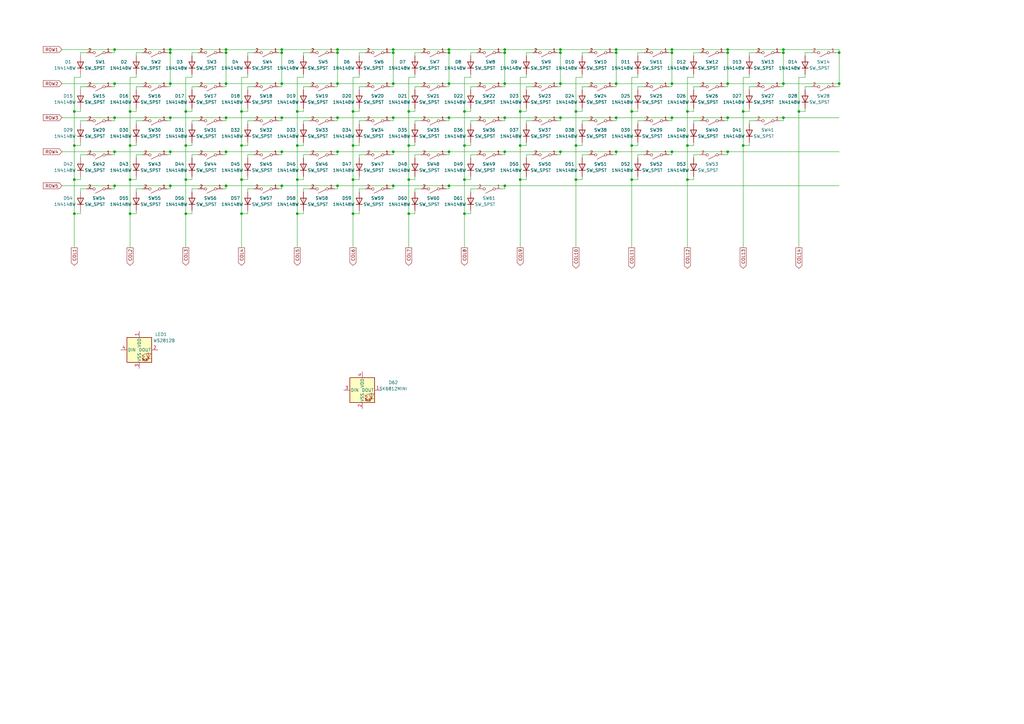
<source format=kicad_sch>
(kicad_sch (version 20230121) (generator eeschema)
  (paper "A3")
  (junction (at 121.92 73.66))
  (junction (at 207.01 76.2))
  (junction (at 298.45 34.29))
  (junction (at 281.94 59.69))
  (junction (at 161.29 48.26))
  (junction (at 99.06 87.63))
  (junction (at 115.57 76.2))
  (junction (at 275.59 48.26))
  (junction (at 207.01 20.32))
  (junction (at 76.2 45.72))
  (junction (at 190.5 73.66))
  (junction (at 207.01 62.23))
  (junction (at 30.48 45.72))
  (junction (at 115.57 21.59))
  (junction (at 161.29 76.2))
  (junction (at 69.85 34.29))
  (junction (at 321.31 34.29))
  (junction (at 99.06 59.69))
  (junction (at 92.71 20.32))
  (junction (at 138.43 21.59))
  (junction (at 144.78 73.66))
  (junction (at 144.78 59.69))
  (junction (at 275.59 34.29))
  (junction (at 207.01 48.26))
  (junction (at 92.71 34.29))
  (junction (at 92.71 21.59))
  (junction (at 259.08 73.66))
  (junction (at 327.66 45.72))
  (junction (at 184.15 34.29))
  (junction (at 161.29 20.32))
  (junction (at 252.73 48.26))
  (junction (at 99.06 45.72))
  (junction (at 207.01 21.59))
  (junction (at 121.92 45.72))
  (junction (at 275.59 21.59))
  (junction (at 190.5 59.69))
  (junction (at 69.85 21.59))
  (junction (at 236.22 73.66))
  (junction (at 53.34 45.72))
  (junction (at 298.45 20.32))
  (junction (at 275.59 62.23))
  (junction (at 92.71 62.23))
  (junction (at 167.64 73.66))
  (junction (at 167.64 59.69))
  (junction (at 138.43 62.23))
  (junction (at 138.43 20.32))
  (junction (at 213.36 45.72))
  (junction (at 53.34 87.63))
  (junction (at 46.99 34.29))
  (junction (at 30.48 73.66))
  (junction (at 275.59 20.32))
  (junction (at 138.43 76.2))
  (junction (at 252.73 20.32))
  (junction (at 304.8 59.69))
  (junction (at 213.36 73.66))
  (junction (at 115.57 34.29))
  (junction (at 30.48 87.63))
  (junction (at 115.57 20.32))
  (junction (at 281.94 45.72))
  (junction (at 167.64 87.63))
  (junction (at 229.87 34.29))
  (junction (at 298.45 21.59))
  (junction (at 304.8 45.72))
  (junction (at 184.15 21.59))
  (junction (at 76.2 73.66))
  (junction (at 229.87 62.23))
  (junction (at 321.31 21.59))
  (junction (at 144.78 87.63))
  (junction (at 259.08 59.69))
  (junction (at 138.43 48.26))
  (junction (at 161.29 62.23))
  (junction (at 99.06 73.66))
  (junction (at 229.87 48.26))
  (junction (at 252.73 62.23))
  (junction (at 344.17 21.59))
  (junction (at 161.29 21.59))
  (junction (at 69.85 20.32))
  (junction (at 161.29 34.29))
  (junction (at 229.87 21.59))
  (junction (at 281.94 73.66))
  (junction (at 213.36 59.69))
  (junction (at 298.45 62.23))
  (junction (at 184.15 62.23))
  (junction (at 46.99 62.23))
  (junction (at 229.87 20.32))
  (junction (at 252.73 34.29))
  (junction (at 144.78 45.72))
  (junction (at 115.57 62.23))
  (junction (at 92.71 76.2))
  (junction (at 190.5 87.63))
  (junction (at 236.22 45.72))
  (junction (at 53.34 73.66))
  (junction (at 69.85 76.2))
  (junction (at 46.99 48.26))
  (junction (at 138.43 34.29))
  (junction (at 76.2 59.69))
  (junction (at 76.2 87.63))
  (junction (at 46.99 20.32))
  (junction (at 207.01 34.29))
  (junction (at 69.85 62.23))
  (junction (at 69.85 48.26))
  (junction (at 321.31 48.26))
  (junction (at 344.17 34.29))
  (junction (at 184.15 48.26))
  (junction (at 115.57 48.26))
  (junction (at 53.34 59.69))
  (junction (at 190.5 45.72))
  (junction (at 184.15 76.2))
  (junction (at 92.71 48.26))
  (junction (at 321.31 20.32))
  (junction (at 184.15 20.32))
  (junction (at 121.92 87.63))
  (junction (at 46.99 76.2))
  (junction (at 252.73 21.59))
  (junction (at 259.08 45.72))
  (junction (at 30.48 59.69))
  (junction (at 298.45 48.26))
  (junction (at 236.22 59.69))
  (junction (at 121.92 59.69))
  (junction (at 167.64 45.72))
  (wire (pts (xy 304.8 45.72) (xy 304.8 59.69)))
  (wire (pts (xy 25.4 76.2) (xy 46.99 76.2)))
  (wire (pts (xy 184.15 34.29) (xy 184.15 35.56)))
  (wire (pts (xy 92.71 76.2) (xy 92.71 77.47)))
  (wire (pts (xy 344.17 20.32) (xy 344.17 21.59)))
  (wire (pts (xy 321.31 35.56) (xy 320.04 35.56)))
  (wire (pts (xy 261.62 63.5) (xy 261.62 64.77)))
  (wire (pts (xy 275.59 21.59) (xy 274.32 21.59)))
  (wire (pts (xy 252.73 62.23) (xy 275.59 62.23)))
  (wire (pts (xy 138.43 49.53) (xy 137.16 49.53)))
  (wire (pts (xy 184.15 62.23) (xy 184.15 63.5)))
  (wire (pts (xy 167.64 59.69) (xy 167.64 73.66)))
  (wire (pts (xy 33.02 21.59) (xy 35.56 21.59)))
  (wire (pts (xy 307.34 35.56) (xy 309.88 35.56)))
  (wire (pts (xy 45.72 21.59) (xy 46.99 21.59)))
  (wire (pts (xy 144.78 73.66) (xy 147.32 73.66)))
  (wire (pts (xy 330.2 45.72) (xy 330.2 44.45)))
  (wire (pts (xy 236.22 59.69) (xy 236.22 73.66)))
  (wire (pts (xy 55.88 45.72) (xy 55.88 44.45)))
  (wire (pts (xy 55.88 31.75) (xy 55.88 30.48)))
  (wire (pts (xy 330.2 35.56) (xy 332.74 35.56)))
  (wire (pts (xy 193.04 35.56) (xy 195.58 35.56)))
  (wire (pts (xy 92.71 35.56) (xy 91.44 35.56)))
  (wire (pts (xy 170.18 31.75) (xy 170.18 30.48)))
  (wire (pts (xy 229.87 21.59) (xy 229.87 34.29)))
  (wire (pts (xy 281.94 45.72) (xy 284.48 45.72)))
  (wire (pts (xy 55.88 63.5) (xy 58.42 63.5)))
  (wire (pts (xy 76.2 31.75) (xy 76.2 45.72)))
  (wire (pts (xy 307.34 49.53) (xy 307.34 50.8)))
  (wire (pts (xy 33.02 49.53) (xy 33.02 50.8)))
  (wire (pts (xy 252.73 62.23) (xy 252.73 63.5)))
  (wire (pts (xy 78.74 21.59) (xy 78.74 22.86)))
  (wire (pts (xy 167.64 45.72) (xy 167.64 59.69)))
  (wire (pts (xy 215.9 73.66) (xy 215.9 72.39)))
  (wire (pts (xy 190.5 45.72) (xy 193.04 45.72)))
  (wire (pts (xy 275.59 48.26) (xy 275.59 49.53)))
  (wire (pts (xy 229.87 48.26) (xy 229.87 49.53)))
  (wire (pts (xy 184.15 20.32) (xy 184.15 21.59)))
  (wire (pts (xy 261.62 35.56) (xy 261.62 36.83)))
  (wire (pts (xy 144.78 45.72) (xy 144.78 59.69)))
  (wire (pts (xy 25.4 62.23) (xy 46.99 62.23)))
  (wire (pts (xy 213.36 73.66) (xy 215.9 73.66)))
  (wire (pts (xy 161.29 20.32) (xy 138.43 20.32)))
  (wire (pts (xy 138.43 48.26) (xy 138.43 49.53)))
  (wire (pts (xy 30.48 73.66) (xy 30.48 87.63)))
  (wire (pts (xy 33.02 31.75) (xy 30.48 31.75)))
  (wire (pts (xy 184.15 35.56) (xy 182.88 35.56)))
  (wire (pts (xy 99.06 59.69) (xy 101.6 59.69)))
  (wire (pts (xy 101.6 35.56) (xy 101.6 36.83)))
  (wire (pts (xy 69.85 21.59) (xy 68.58 21.59)))
  (wire (pts (xy 321.31 49.53) (xy 320.04 49.53)))
  (wire (pts (xy 161.29 20.32) (xy 161.29 21.59)))
  (wire (pts (xy 252.73 21.59) (xy 252.73 34.29)))
  (wire (pts (xy 138.43 48.26) (xy 161.29 48.26)))
  (wire (pts (xy 161.29 77.47) (xy 160.02 77.47)))
  (wire (pts (xy 229.87 49.53) (xy 228.6 49.53)))
  (wire (pts (xy 33.02 45.72) (xy 33.02 44.45)))
  (wire (pts (xy 207.01 21.59) (xy 205.74 21.59)))
  (wire (pts (xy 213.36 45.72) (xy 215.9 45.72)))
  (wire (pts (xy 170.18 45.72) (xy 170.18 44.45)))
  (wire (pts (xy 115.57 63.5) (xy 114.3 63.5)))
  (wire (pts (xy 115.57 34.29) (xy 115.57 35.56)))
  (wire (pts (xy 99.06 73.66) (xy 101.6 73.66)))
  (wire (pts (xy 170.18 35.56) (xy 170.18 36.83)))
  (wire (pts (xy 121.92 87.63) (xy 121.92 101.6)))
  (wire (pts (xy 161.29 48.26) (xy 161.29 49.53)))
  (wire (pts (xy 53.34 73.66) (xy 55.88 73.66)))
  (wire (pts (xy 124.46 35.56) (xy 127 35.56)))
  (wire (pts (xy 284.48 49.53) (xy 287.02 49.53)))
  (wire (pts (xy 124.46 63.5) (xy 127 63.5)))
  (wire (pts (xy 252.73 35.56) (xy 251.46 35.56)))
  (wire (pts (xy 321.31 48.26) (xy 321.31 49.53)))
  (wire (pts (xy 284.48 49.53) (xy 284.48 50.8)))
  (wire (pts (xy 99.06 87.63) (xy 101.6 87.63)))
  (wire (pts (xy 238.76 35.56) (xy 241.3 35.56)))
  (wire (pts (xy 215.9 21.59) (xy 218.44 21.59)))
  (wire (pts (xy 33.02 21.59) (xy 33.02 22.86)))
  (wire (pts (xy 229.87 48.26) (xy 252.73 48.26)))
  (wire (pts (xy 53.34 45.72) (xy 53.34 59.69)))
  (wire (pts (xy 161.29 21.59) (xy 161.29 34.29)))
  (wire (pts (xy 161.29 34.29) (xy 161.29 35.56)))
  (wire (pts (xy 76.2 87.63) (xy 76.2 101.6)))
  (wire (pts (xy 170.18 77.47) (xy 170.18 78.74)))
  (wire (pts (xy 124.46 87.63) (xy 124.46 86.36)))
  (wire (pts (xy 167.64 73.66) (xy 167.64 87.63)))
  (wire (pts (xy 275.59 62.23) (xy 275.59 63.5)))
  (wire (pts (xy 190.5 87.63) (xy 193.04 87.63)))
  (wire (pts (xy 147.32 35.56) (xy 149.86 35.56)))
  (wire (pts (xy 184.15 48.26) (xy 184.15 49.53)))
  (wire (pts (xy 101.6 45.72) (xy 101.6 44.45)))
  (wire (pts (xy 138.43 21.59) (xy 137.16 21.59)))
  (wire (pts (xy 298.45 21.59) (xy 297.18 21.59)))
  (wire (pts (xy 92.71 48.26) (xy 92.71 49.53)))
  (wire (pts (xy 190.5 59.69) (xy 193.04 59.69)))
  (wire (pts (xy 46.99 77.47) (xy 45.72 77.47)))
  (wire (pts (xy 115.57 21.59) (xy 115.57 34.29)))
  (wire (pts (xy 147.32 73.66) (xy 147.32 72.39)))
  (wire (pts (xy 190.5 87.63) (xy 190.5 101.6)))
  (wire (pts (xy 184.15 49.53) (xy 182.88 49.53)))
  (wire (pts (xy 170.18 35.56) (xy 172.72 35.56)))
  (wire (pts (xy 55.88 49.53) (xy 55.88 50.8)))
  (wire (pts (xy 275.59 63.5) (xy 274.32 63.5)))
  (wire (pts (xy 275.59 21.59) (xy 275.59 34.29)))
  (wire (pts (xy 344.17 34.29) (xy 344.17 35.56)))
  (wire (pts (xy 193.04 49.53) (xy 193.04 50.8)))
  (wire (pts (xy 78.74 73.66) (xy 78.74 72.39)))
  (wire (pts (xy 30.48 45.72) (xy 30.48 59.69)))
  (wire (pts (xy 238.76 21.59) (xy 238.76 22.86)))
  (wire (pts (xy 144.78 87.63) (xy 144.78 101.6)))
  (wire (pts (xy 78.74 35.56) (xy 78.74 36.83)))
  (wire (pts (xy 330.2 21.59) (xy 330.2 22.86)))
  (wire (pts (xy 147.32 21.59) (xy 149.86 21.59)))
  (wire (pts (xy 229.87 21.59) (xy 228.6 21.59)))
  (wire (pts (xy 33.02 59.69) (xy 33.02 58.42)))
  (wire (pts (xy 193.04 87.63) (xy 193.04 86.36)))
  (wire (pts (xy 184.15 62.23) (xy 207.01 62.23)))
  (wire (pts (xy 46.99 49.53) (xy 45.72 49.53)))
  (wire (pts (xy 259.08 31.75) (xy 259.08 45.72)))
  (wire (pts (xy 76.2 45.72) (xy 76.2 59.69)))
  (wire (pts (xy 184.15 21.59) (xy 184.15 34.29)))
  (wire (pts (xy 55.88 77.47) (xy 55.88 78.74)))
  (wire (pts (xy 207.01 34.29) (xy 207.01 35.56)))
  (wire (pts (xy 33.02 31.75) (xy 33.02 30.48)))
  (wire (pts (xy 53.34 87.63) (xy 53.34 101.6)))
  (wire (pts (xy 92.71 20.32) (xy 69.85 20.32)))
  (wire (pts (xy 124.46 77.47) (xy 124.46 78.74)))
  (wire (pts (xy 207.01 76.2) (xy 207.01 77.47)))
  (wire (pts (xy 193.04 35.56) (xy 193.04 36.83)))
  (wire (pts (xy 207.01 48.26) (xy 229.87 48.26)))
  (wire (pts (xy 124.46 45.72) (xy 124.46 44.45)))
  (wire (pts (xy 55.88 73.66) (xy 55.88 72.39)))
  (wire (pts (xy 298.45 62.23) (xy 344.17 62.23)))
  (wire (pts (xy 275.59 20.32) (xy 275.59 21.59)))
  (wire (pts (xy 298.45 20.32) (xy 298.45 21.59)))
  (wire (pts (xy 121.92 45.72) (xy 124.46 45.72)))
  (wire (pts (xy 190.5 73.66) (xy 193.04 73.66)))
  (wire (pts (xy 46.99 76.2) (xy 46.99 77.47)))
  (wire (pts (xy 207.01 63.5) (xy 205.74 63.5)))
  (wire (pts (xy 307.34 35.56) (xy 307.34 36.83)))
  (wire (pts (xy 281.94 59.69) (xy 284.48 59.69)))
  (wire (pts (xy 147.32 31.75) (xy 147.32 30.48)))
  (wire (pts (xy 229.87 34.29) (xy 229.87 35.56)))
  (wire (pts (xy 298.45 49.53) (xy 297.18 49.53)))
  (wire (pts (xy 252.73 48.26) (xy 252.73 49.53)))
  (wire (pts (xy 275.59 34.29) (xy 275.59 35.56)))
  (wire (pts (xy 229.87 35.56) (xy 228.6 35.56)))
  (wire (pts (xy 33.02 77.47) (xy 35.56 77.47)))
  (wire (pts (xy 327.66 31.75) (xy 327.66 45.72)))
  (wire (pts (xy 30.48 87.63) (xy 30.48 101.6)))
  (wire (pts (xy 261.62 49.53) (xy 261.62 50.8)))
  (wire (pts (xy 167.64 31.75) (xy 167.64 45.72)))
  (wire (pts (xy 53.34 45.72) (xy 55.88 45.72)))
  (wire (pts (xy 321.31 34.29) (xy 321.31 35.56)))
  (wire (pts (xy 284.48 35.56) (xy 284.48 36.83)))
  (wire (pts (xy 76.2 45.72) (xy 78.74 45.72)))
  (wire (pts (xy 252.73 20.32) (xy 229.87 20.32)))
  (wire (pts (xy 115.57 62.23) (xy 138.43 62.23)))
  (wire (pts (xy 69.85 63.5) (xy 68.58 63.5)))
  (wire (pts (xy 69.85 20.32) (xy 46.99 20.32)))
  (wire (pts (xy 101.6 35.56) (xy 104.14 35.56)))
  (wire (pts (xy 261.62 45.72) (xy 261.62 44.45)))
  (wire (pts (xy 193.04 59.69) (xy 193.04 58.42)))
  (wire (pts (xy 33.02 35.56) (xy 35.56 35.56)))
  (wire (pts (xy 53.34 59.69) (xy 53.34 73.66)))
  (wire (pts (xy 115.57 48.26) (xy 115.57 49.53)))
  (wire (pts (xy 55.88 35.56) (xy 55.88 36.83)))
  (wire (pts (xy 215.9 35.56) (xy 218.44 35.56)))
  (wire (pts (xy 259.08 73.66) (xy 261.62 73.66)))
  (wire (pts (xy 121.92 59.69) (xy 124.46 59.69)))
  (wire (pts (xy 161.29 35.56) (xy 160.02 35.56)))
  (wire (pts (xy 55.88 63.5) (xy 55.88 64.77)))
  (wire (pts (xy 92.71 76.2) (xy 115.57 76.2)))
  (wire (pts (xy 144.78 59.69) (xy 147.32 59.69)))
  (wire (pts (xy 101.6 77.47) (xy 101.6 78.74)))
  (wire (pts (xy 298.45 63.5) (xy 297.18 63.5)))
  (wire (pts (xy 147.32 77.47) (xy 147.32 78.74)))
  (wire (pts (xy 170.18 63.5) (xy 170.18 64.77)))
  (wire (pts (xy 193.04 31.75) (xy 190.5 31.75)))
  (wire (pts (xy 229.87 34.29) (xy 252.73 34.29)))
  (wire (pts (xy 238.76 49.53) (xy 241.3 49.53)))
  (wire (pts (xy 78.74 59.69) (xy 78.74 58.42)))
  (wire (pts (xy 238.76 49.53) (xy 238.76 50.8)))
  (wire (pts (xy 284.48 73.66) (xy 284.48 72.39)))
  (wire (pts (xy 307.34 45.72) (xy 307.34 44.45)))
  (wire (pts (xy 124.46 73.66) (xy 124.46 72.39)))
  (wire (pts (xy 215.9 59.69) (xy 215.9 58.42)))
  (wire (pts (xy 147.32 45.72) (xy 147.32 44.45)))
  (wire (pts (xy 207.01 48.26) (xy 207.01 49.53)))
  (wire (pts (xy 138.43 35.56) (xy 137.16 35.56)))
  (wire (pts (xy 30.48 87.63) (xy 33.02 87.63)))
  (wire (pts (xy 207.01 62.23) (xy 207.01 63.5)))
  (wire (pts (xy 55.88 35.56) (xy 58.42 35.56)))
  (wire (pts (xy 138.43 34.29) (xy 161.29 34.29)))
  (wire (pts (xy 307.34 59.69) (xy 307.34 58.42)))
  (wire (pts (xy 147.32 77.47) (xy 149.86 77.47)))
  (wire (pts (xy 215.9 49.53) (xy 218.44 49.53)))
  (wire (pts (xy 167.64 59.69) (xy 170.18 59.69)))
  (wire (pts (xy 46.99 48.26) (xy 69.85 48.26)))
  (wire (pts (xy 124.46 21.59) (xy 124.46 22.86)))
  (wire (pts (xy 304.8 59.69) (xy 307.34 59.69)))
  (wire (pts (xy 92.71 34.29) (xy 115.57 34.29)))
  (wire (pts (xy 344.17 21.59) (xy 342.9 21.59)))
  (wire (pts (xy 238.76 31.75) (xy 236.22 31.75)))
  (wire (pts (xy 46.99 35.56) (xy 45.72 35.56)))
  (wire (pts (xy 281.94 59.69) (xy 281.94 73.66)))
  (wire (pts (xy 321.31 20.32) (xy 321.31 21.59)))
  (wire (pts (xy 229.87 20.32) (xy 207.01 20.32)))
  (wire (pts (xy 284.48 21.59) (xy 287.02 21.59)))
  (wire (pts (xy 25.4 34.29) (xy 46.99 34.29)))
  (wire (pts (xy 207.01 76.2) (xy 344.17 76.2)))
  (wire (pts (xy 147.32 31.75) (xy 144.78 31.75)))
  (wire (pts (xy 76.2 73.66) (xy 76.2 87.63)))
  (wire (pts (xy 147.32 63.5) (xy 147.32 64.77)))
  (wire (pts (xy 304.8 59.69) (xy 304.8 101.6)))
  (wire (pts (xy 121.92 87.63) (xy 124.46 87.63)))
  (wire (pts (xy 307.34 21.59) (xy 309.88 21.59)))
  (wire (pts (xy 53.34 59.69) (xy 55.88 59.69)))
  (wire (pts (xy 193.04 49.53) (xy 195.58 49.53)))
  (wire (pts (xy 215.9 21.59) (xy 215.9 22.86)))
  (wire (pts (xy 33.02 63.5) (xy 35.56 63.5)))
  (wire (pts (xy 207.01 20.32) (xy 207.01 21.59)))
  (wire (pts (xy 147.32 49.53) (xy 149.86 49.53)))
  (wire (pts (xy 330.2 31.75) (xy 330.2 30.48)))
  (wire (pts (xy 101.6 49.53) (xy 104.14 49.53)))
  (wire (pts (xy 99.06 31.75) (xy 99.06 45.72)))
  (wire (pts (xy 238.76 31.75) (xy 238.76 30.48)))
  (wire (pts (xy 78.74 49.53) (xy 78.74 50.8)))
  (wire (pts (xy 30.48 59.69) (xy 30.48 73.66)))
  (wire (pts (xy 92.71 62.23) (xy 115.57 62.23)))
  (wire (pts (xy 30.48 45.72) (xy 33.02 45.72)))
  (wire (pts (xy 261.62 73.66) (xy 261.62 72.39)))
  (wire (pts (xy 115.57 20.32) (xy 92.71 20.32)))
  (wire (pts (xy 99.06 45.72) (xy 101.6 45.72)))
  (wire (pts (xy 161.29 76.2) (xy 161.29 77.47)))
  (wire (pts (xy 121.92 45.72) (xy 121.92 59.69)))
  (wire (pts (xy 229.87 62.23) (xy 229.87 63.5)))
  (wire (pts (xy 275.59 20.32) (xy 252.73 20.32)))
  (wire (pts (xy 161.29 63.5) (xy 160.02 63.5)))
  (wire (pts (xy 55.88 49.53) (xy 58.42 49.53)))
  (wire (pts (xy 33.02 73.66) (xy 33.02 72.39)))
  (wire (pts (xy 124.46 31.75) (xy 121.92 31.75)))
  (wire (pts (xy 261.62 31.75) (xy 261.62 30.48)))
  (wire (pts (xy 170.18 63.5) (xy 172.72 63.5)))
  (wire (pts (xy 184.15 77.47) (xy 182.88 77.47)))
  (wire (pts (xy 76.2 59.69) (xy 78.74 59.69)))
  (wire (pts (xy 275.59 49.53) (xy 274.32 49.53)))
  (wire (pts (xy 124.46 21.59) (xy 127 21.59)))
  (wire (pts (xy 115.57 49.53) (xy 114.3 49.53)))
  (wire (pts (xy 30.48 31.75) (xy 30.48 45.72)))
  (wire (pts (xy 190.5 59.69) (xy 190.5 73.66)))
  (wire (pts (xy 193.04 63.5) (xy 193.04 64.77)))
  (wire (pts (xy 284.48 63.5) (xy 287.02 63.5)))
  (wire (pts (xy 238.76 63.5) (xy 241.3 63.5)))
  (wire (pts (xy 344.17 21.59) (xy 344.17 34.29)))
  (wire (pts (xy 190.5 31.75) (xy 190.5 45.72)))
  (wire (pts (xy 69.85 34.29) (xy 92.71 34.29)))
  (wire (pts (xy 138.43 20.32) (xy 138.43 21.59)))
  (wire (pts (xy 92.71 21.59) (xy 92.71 34.29)))
  (wire (pts (xy 161.29 34.29) (xy 184.15 34.29)))
  (wire (pts (xy 144.78 59.69) (xy 144.78 73.66)))
  (wire (pts (xy 69.85 62.23) (xy 69.85 63.5)))
  (wire (pts (xy 78.74 49.53) (xy 81.28 49.53)))
  (wire (pts (xy 344.17 35.56) (xy 342.9 35.56)))
  (wire (pts (xy 307.34 21.59) (xy 307.34 22.86)))
  (wire (pts (xy 261.62 31.75) (xy 259.08 31.75)))
  (wire (pts (xy 46.99 76.2) (xy 69.85 76.2)))
  (wire (pts (xy 55.88 87.63) (xy 55.88 86.36)))
  (wire (pts (xy 213.36 31.75) (xy 213.36 45.72)))
  (wire (pts (xy 121.92 73.66) (xy 121.92 87.63)))
  (wire (pts (xy 101.6 21.59) (xy 101.6 22.86)))
  (wire (pts (xy 46.99 34.29) (xy 46.99 35.56)))
  (wire (pts (xy 115.57 21.59) (xy 114.3 21.59)))
  (wire (pts (xy 238.76 59.69) (xy 238.76 58.42)))
  (wire (pts (xy 124.46 35.56) (xy 124.46 36.83)))
  (wire (pts (xy 259.08 59.69) (xy 261.62 59.69)))
  (wire (pts (xy 252.73 34.29) (xy 275.59 34.29)))
  (wire (pts (xy 275.59 62.23) (xy 298.45 62.23)))
  (wire (pts (xy 46.99 62.23) (xy 46.99 63.5)))
  (wire (pts (xy 99.06 73.66) (xy 99.06 87.63)))
  (wire (pts (xy 190.5 73.66) (xy 190.5 87.63)))
  (wire (pts (xy 170.18 49.53) (xy 170.18 50.8)))
  (wire (pts (xy 101.6 63.5) (xy 101.6 64.77)))
  (wire (pts (xy 30.48 73.66) (xy 33.02 73.66)))
  (wire (pts (xy 30.48 59.69) (xy 33.02 59.69)))
  (wire (pts (xy 190.5 45.72) (xy 190.5 59.69)))
  (wire (pts (xy 252.73 63.5) (xy 251.46 63.5)))
  (wire (pts (xy 327.66 45.72) (xy 327.66 101.6)))
  (wire (pts (xy 229.87 62.23) (xy 252.73 62.23)))
  (wire (pts (xy 55.88 21.59) (xy 58.42 21.59)))
  (wire (pts (xy 99.06 59.69) (xy 99.06 73.66)))
  (wire (pts (xy 170.18 87.63) (xy 170.18 86.36)))
  (wire (pts (xy 76.2 59.69) (xy 76.2 73.66)))
  (wire (pts (xy 53.34 31.75) (xy 53.34 45.72)))
  (wire (pts (xy 138.43 34.29) (xy 138.43 35.56)))
  (wire (pts (xy 78.74 21.59) (xy 81.28 21.59)))
  (wire (pts (xy 161.29 76.2) (xy 184.15 76.2)))
  (wire (pts (xy 215.9 49.53) (xy 215.9 50.8)))
  (wire (pts (xy 330.2 31.75) (xy 327.66 31.75)))
  (wire (pts (xy 138.43 21.59) (xy 138.43 34.29)))
  (wire (pts (xy 69.85 62.23) (xy 92.71 62.23)))
  (wire (pts (xy 298.45 35.56) (xy 297.18 35.56)))
  (wire (pts (xy 215.9 35.56) (xy 215.9 36.83)))
  (wire (pts (xy 184.15 63.5) (xy 182.88 63.5)))
  (wire (pts (xy 284.48 35.56) (xy 287.02 35.56)))
  (wire (pts (xy 215.9 63.5) (xy 215.9 64.77)))
  (wire (pts (xy 147.32 63.5) (xy 149.86 63.5)))
  (wire (pts (xy 213.36 59.69) (xy 213.36 73.66)))
  (wire (pts (xy 124.46 49.53) (xy 127 49.53)))
  (wire (pts (xy 170.18 59.69) (xy 170.18 58.42)))
  (wire (pts (xy 252.73 48.26) (xy 275.59 48.26)))
  (wire (pts (xy 101.6 59.69) (xy 101.6 58.42)))
  (wire (pts (xy 261.62 59.69) (xy 261.62 58.42)))
  (wire (pts (xy 261.62 49.53) (xy 264.16 49.53)))
  (wire (pts (xy 304.8 45.72) (xy 307.34 45.72)))
  (wire (pts (xy 69.85 49.53) (xy 68.58 49.53)))
  (wire (pts (xy 92.71 62.23) (xy 92.71 63.5)))
  (wire (pts (xy 55.88 31.75) (xy 53.34 31.75)))
  (wire (pts (xy 236.22 45.72) (xy 236.22 59.69)))
  (wire (pts (xy 78.74 31.75) (xy 76.2 31.75)))
  (wire (pts (xy 259.08 73.66) (xy 259.08 101.6)))
  (wire (pts (xy 307.34 49.53) (xy 309.88 49.53)))
  (wire (pts (xy 92.71 63.5) (xy 91.44 63.5)))
  (wire (pts (xy 46.99 63.5) (xy 45.72 63.5)))
  (wire (pts (xy 252.73 49.53) (xy 251.46 49.53)))
  (wire (pts (xy 207.01 49.53) (xy 205.74 49.53)))
  (wire (pts (xy 124.46 63.5) (xy 124.46 64.77)))
  (wire (pts (xy 167.64 45.72) (xy 170.18 45.72)))
  (wire (pts (xy 275.59 48.26) (xy 298.45 48.26)))
  (wire (pts (xy 184.15 34.29) (xy 207.01 34.29)))
  (wire (pts (xy 321.31 20.32) (xy 298.45 20.32)))
  (wire (pts (xy 170.18 49.53) (xy 172.72 49.53)))
  (wire (pts (xy 99.06 87.63) (xy 99.06 101.6)))
  (wire (pts (xy 138.43 76.2) (xy 138.43 77.47)))
  (wire (pts (xy 161.29 62.23) (xy 184.15 62.23)))
  (wire (pts (xy 25.4 20.32) (xy 46.99 20.32)))
  (wire (pts (xy 261.62 63.5) (xy 264.16 63.5)))
  (wire (pts (xy 92.71 77.47) (xy 91.44 77.47)))
  (wire (pts (xy 215.9 31.75) (xy 215.9 30.48)))
  (wire (pts (xy 284.48 21.59) (xy 284.48 22.86)))
  (wire (pts (xy 252.73 21.59) (xy 251.46 21.59)))
  (wire (pts (xy 138.43 62.23) (xy 138.43 63.5)))
  (wire (pts (xy 170.18 31.75) (xy 167.64 31.75)))
  (wire (pts (xy 184.15 20.32) (xy 161.29 20.32)))
  (wire (pts (xy 161.29 49.53) (xy 160.02 49.53)))
  (wire (pts (xy 69.85 48.26) (xy 92.71 48.26)))
  (wire (pts (xy 284.48 45.72) (xy 284.48 44.45)))
  (wire (pts (xy 101.6 49.53) (xy 101.6 50.8)))
  (wire (pts (xy 124.46 77.47) (xy 127 77.47)))
  (wire (pts (xy 170.18 77.47) (xy 172.72 77.47)))
  (wire (pts (xy 92.71 49.53) (xy 91.44 49.53)))
  (wire (pts (xy 238.76 35.56) (xy 238.76 36.83)))
  (wire (pts (xy 261.62 21.59) (xy 264.16 21.59)))
  (wire (pts (xy 161.29 48.26) (xy 184.15 48.26)))
  (wire (pts (xy 92.71 20.32) (xy 92.71 21.59)))
  (wire (pts (xy 69.85 21.59) (xy 69.85 34.29)))
  (wire (pts (xy 298.45 20.32) (xy 275.59 20.32)))
  (wire (pts (xy 307.34 31.75) (xy 307.34 30.48)))
  (wire (pts (xy 213.36 59.69) (xy 215.9 59.69)))
  (wire (pts (xy 101.6 77.47) (xy 104.14 77.47)))
  (wire (pts (xy 298.45 62.23) (xy 298.45 63.5)))
  (wire (pts (xy 298.45 48.26) (xy 321.31 48.26)))
  (wire (pts (xy 207.01 21.59) (xy 207.01 34.29)))
  (wire (pts (xy 213.36 45.72) (xy 213.36 59.69)))
  (wire (pts (xy 215.9 63.5) (xy 218.44 63.5)))
  (wire (pts (xy 78.74 63.5) (xy 81.28 63.5)))
  (wire (pts (xy 321.31 21.59) (xy 321.31 34.29)))
  (wire (pts (xy 33.02 49.53) (xy 35.56 49.53)))
  (wire (pts (xy 207.01 77.47) (xy 205.74 77.47)))
  (wire (pts (xy 115.57 34.29) (xy 138.43 34.29)))
  (wire (pts (xy 229.87 63.5) (xy 228.6 63.5)))
  (wire (pts (xy 238.76 45.72) (xy 238.76 44.45)))
  (wire (pts (xy 344.17 20.32) (xy 321.31 20.32)))
  (wire (pts (xy 76.2 87.63) (xy 78.74 87.63)))
  (wire (pts (xy 78.74 31.75) (xy 78.74 30.48)))
  (wire (pts (xy 124.46 59.69) (xy 124.46 58.42)))
  (wire (pts (xy 25.4 48.26) (xy 46.99 48.26)))
  (wire (pts (xy 55.88 59.69) (xy 55.88 58.42)))
  (wire (pts (xy 193.04 77.47) (xy 195.58 77.47)))
  (wire (pts (xy 78.74 77.47) (xy 81.28 77.47)))
  (wire (pts (xy 213.36 73.66) (xy 213.36 101.6)))
  (wire (pts (xy 298.45 21.59) (xy 298.45 34.29)))
  (wire (pts (xy 193.04 45.72) (xy 193.04 44.45)))
  (wire (pts (xy 167.64 87.63) (xy 167.64 101.6)))
  (wire (pts (xy 55.88 77.47) (xy 58.42 77.47)))
  (wire (pts (xy 78.74 35.56) (xy 81.28 35.56)))
  (wire (pts (xy 184.15 76.2) (xy 207.01 76.2)))
  (wire (pts (xy 281.94 73.66) (xy 284.48 73.66)))
  (wire (pts (xy 284.48 59.69) (xy 284.48 58.42)))
  (wire (pts (xy 138.43 62.23) (xy 161.29 62.23)))
  (wire (pts (xy 115.57 35.56) (xy 114.3 35.56)))
  (wire (pts (xy 304.8 31.75) (xy 304.8 45.72)))
  (wire (pts (xy 259.08 45.72) (xy 261.62 45.72)))
  (wire (pts (xy 321.31 34.29) (xy 344.17 34.29)))
  (wire (pts (xy 252.73 34.29) (xy 252.73 35.56)))
  (wire (pts (xy 46.99 34.29) (xy 69.85 34.29)))
  (wire (pts (xy 298.45 34.29) (xy 321.31 34.29)))
  (wire (pts (xy 298.45 34.29) (xy 298.45 35.56)))
  (wire (pts (xy 193.04 21.59) (xy 193.04 22.86)))
  (wire (pts (xy 275.59 35.56) (xy 274.32 35.56)))
  (wire (pts (xy 78.74 87.63) (xy 78.74 86.36)))
  (wire (pts (xy 53.34 73.66) (xy 53.34 87.63)))
  (wire (pts (xy 144.78 87.63) (xy 147.32 87.63)))
  (wire (pts (xy 275.59 34.29) (xy 298.45 34.29)))
  (wire (pts (xy 115.57 77.47) (xy 114.3 77.47)))
  (wire (pts (xy 101.6 31.75) (xy 101.6 30.48)))
  (wire (pts (xy 69.85 48.26) (xy 69.85 49.53)))
  (wire (pts (xy 215.9 31.75) (xy 213.36 31.75)))
  (wire (pts (xy 284.48 31.75) (xy 284.48 30.48)))
  (wire (pts (xy 101.6 87.63) (xy 101.6 86.36)))
  (wire (pts (xy 138.43 76.2) (xy 161.29 76.2)))
  (wire (pts (xy 78.74 63.5) (xy 78.74 64.77)))
  (wire (pts (xy 92.71 21.59) (xy 91.44 21.59)))
  (wire (pts (xy 46.99 20.32) (xy 46.99 21.59)))
  (wire (pts (xy 46.99 62.23) (xy 69.85 62.23)))
  (wire (pts (xy 33.02 63.5) (xy 33.02 64.77)))
  (wire (pts (xy 101.6 73.66) (xy 101.6 72.39)))
  (wire (pts (xy 46.99 48.26) (xy 46.99 49.53)))
  (wire (pts (xy 92.71 34.29) (xy 92.71 35.56)))
  (wire (pts (xy 147.32 35.56) (xy 147.32 36.83)))
  (wire (pts (xy 284.48 31.75) (xy 281.94 31.75)))
  (wire (pts (xy 330.2 21.59) (xy 332.74 21.59)))
  (wire (pts (xy 124.46 49.53) (xy 124.46 50.8)))
  (wire (pts (xy 101.6 63.5) (xy 104.14 63.5)))
  (wire (pts (xy 55.88 21.59) (xy 55.88 22.86)))
  (wire (pts (xy 193.04 31.75) (xy 193.04 30.48)))
  (wire (pts (xy 236.22 73.66) (xy 236.22 101.6)))
  (wire (pts (xy 281.94 31.75) (xy 281.94 45.72)))
  (wire (pts (xy 167.64 73.66) (xy 170.18 73.66)))
  (wire (pts (xy 124.46 31.75) (xy 124.46 30.48)))
  (wire (pts (xy 161.29 21.59) (xy 160.02 21.59)))
  (wire (pts (xy 184.15 76.2) (xy 184.15 77.47)))
  (wire (pts (xy 33.02 35.56) (xy 33.02 36.83)))
  (wire (pts (xy 298.45 48.26) (xy 298.45 49.53)))
  (wire (pts (xy 161.29 62.23) (xy 161.29 63.5)))
  (wire (pts (xy 259.08 45.72) (xy 259.08 59.69)))
  (wire (pts (xy 184.15 48.26) (xy 207.01 48.26)))
  (wire (pts (xy 207.01 62.23) (xy 229.87 62.23)))
  (wire (pts (xy 236.22 59.69) (xy 238.76 59.69)))
  (wire (pts (xy 170.18 21.59) (xy 170.18 22.86)))
  (wire (pts (xy 138.43 63.5) (xy 137.16 63.5)))
  (wire (pts (xy 53.34 87.63) (xy 55.88 87.63)))
  (wire (pts (xy 236.22 73.66) (xy 238.76 73.66)))
  (wire (pts (xy 101.6 21.59) (xy 104.14 21.59)))
  (wire (pts (xy 147.32 59.69) (xy 147.32 58.42)))
  (wire (pts (xy 193.04 21.59) (xy 195.58 21.59)))
  (wire (pts (xy 69.85 76.2) (xy 92.71 76.2)))
  (wire (pts (xy 121.92 73.66) (xy 124.46 73.66)))
  (wire (pts (xy 207.01 35.56) (xy 205.74 35.56)))
  (wire (pts (xy 330.2 35.56) (xy 330.2 36.83)))
  (wire (pts (xy 101.6 31.75) (xy 99.06 31.75)))
  (wire (pts (xy 170.18 21.59) (xy 172.72 21.59)))
  (wire (pts (xy 184.15 21.59) (xy 182.88 21.59)))
  (wire (pts (xy 69.85 77.47) (xy 68.58 77.47)))
  (wire (pts (xy 144.78 73.66) (xy 144.78 87.63)))
  (wire (pts (xy 207.01 20.32) (xy 184.15 20.32)))
  (wire (pts (xy 238.76 73.66) (xy 238.76 72.39)))
  (wire (pts (xy 69.85 20.32) (xy 69.85 21.59)))
  (wire (pts (xy 138.43 77.47) (xy 137.16 77.47)))
  (wire (pts (xy 167.64 87.63) (xy 170.18 87.63)))
  (wire (pts (xy 281.94 73.66) (xy 281.94 101.6)))
  (wire (pts (xy 327.66 45.72) (xy 330.2 45.72)))
  (wire (pts (xy 115.57 48.26) (xy 138.43 48.26)))
  (wire (pts (xy 252.73 20.32) (xy 252.73 21.59)))
  (wire (pts (xy 229.87 20.32) (xy 229.87 21.59)))
  (wire (pts (xy 281.94 45.72) (xy 281.94 59.69)))
  (wire (pts (xy 238.76 21.59) (xy 241.3 21.59)))
  (wire (pts (xy 307.34 31.75) (xy 304.8 31.75)))
  (wire (pts (xy 121.92 31.75) (xy 121.92 45.72)))
  (wire (pts (xy 193.04 63.5) (xy 195.58 63.5)))
  (wire (pts (xy 321.31 21.59) (xy 320.04 21.59)))
  (wire (pts (xy 99.06 45.72) (xy 99.06 59.69)))
  (wire (pts (xy 284.48 63.5) (xy 284.48 64.77)))
  (wire (pts (xy 215.9 45.72) (xy 215.9 44.45)))
  (wire (pts (xy 144.78 31.75) (xy 144.78 45.72)))
  (wire (pts (xy 321.31 48.26) (xy 344.17 48.26)))
  (wire (pts (xy 236.22 45.72) (xy 238.76 45.72)))
  (wire (pts (xy 238.76 63.5) (xy 238.76 64.77)))
  (wire (pts (xy 207.01 34.29) (xy 229.87 34.29)))
  (wire (pts (xy 147.32 87.63) (xy 147.32 86.36)))
  (wire (pts (xy 69.85 34.29) (xy 69.85 35.56)))
  (wire (pts (xy 259.08 59.69) (xy 259.08 73.66)))
  (wire (pts (xy 115.57 20.32) (xy 115.57 21.59)))
  (wire (pts (xy 193.04 77.47) (xy 193.04 78.74)))
  (wire (pts (xy 261.62 21.59) (xy 261.62 22.86)))
  (wire (pts (xy 121.92 59.69) (xy 121.92 73.66)))
  (wire (pts (xy 115.57 62.23) (xy 115.57 63.5)))
  (wire (pts (xy 92.71 48.26) (xy 115.57 48.26)))
  (wire (pts (xy 236.22 31.75) (xy 236.22 45.72)))
  (wire (pts (xy 33.02 87.63) (xy 33.02 86.36)))
  (wire (pts (xy 78.74 77.47) (xy 78.74 78.74)))
  (wire (pts (xy 115.57 76.2) (xy 138.43 76.2)))
  (wire (pts (xy 147.32 21.59) (xy 147.32 22.86)))
  (wire (pts (xy 138.43 20.32) (xy 115.57 20.32)))
  (wire (pts (xy 193.04 73.66) (xy 193.04 72.39)))
  (wire (pts (xy 147.32 49.53) (xy 147.32 50.8)))
  (wire (pts (xy 170.18 73.66) (xy 170.18 72.39)))
  (wire (pts (xy 78.74 45.72) (xy 78.74 44.45)))
  (wire (pts (xy 33.02 77.47) (xy 33.02 78.74)))
  (wire (pts (xy 115.57 76.2) (xy 115.57 77.47)))
  (wire (pts (xy 76.2 73.66) (xy 78.74 73.66)))
  (wire (pts (xy 69.85 35.56) (xy 68.58 35.56)))
  (wire (pts (xy 144.78 45.72) (xy 147.32 45.72)))
  (wire (pts (xy 261.62 35.56) (xy 264.16 35.56)))
  (wire (pts (xy 69.85 76.2) (xy 69.85 77.47)))
  (global_label "COL14" (shape output) (at 327.66 101.6 270) (property "Intersheetrefs" "${INTERSHEET_REFS}" (effects hide)))
  (global_label "COL8" (shape output) (at 190.5 101.6 270) (property "Intersheetrefs" "${INTERSHEET_REFS}" (effects hide)))
  (global_label "COL1" (shape output) (at 30.48 101.6 270) (property "Intersheetrefs" "${INTERSHEET_REFS}" (effects hide)))
  (global_label "ROW3" (shape input) (at 25.4 48.26 180) (property "Intersheetrefs" "${INTERSHEET_REFS}" (effects hide)))
  (global_label "COL13" (shape output) (at 304.8 101.6 270) (property "Intersheetrefs" "${INTERSHEET_REFS}" (effects hide)))
  (global_label "COL9" (shape output) (at 213.36 101.6 270) (property "Intersheetrefs" "${INTERSHEET_REFS}" (effects hide)))
  (global_label "ROW4" (shape input) (at 25.4 62.23 180) (property "Intersheetrefs" "${INTERSHEET_REFS}" (effects hide)))
  (global_label "COL12" (shape output) (at 281.94 101.6 270) (property "Intersheetrefs" "${INTERSHEET_REFS}" (effects hide)))
  (global_label "COL7" (shape output) (at 167.64 101.6 270) (property "Intersheetrefs" "${INTERSHEET_REFS}" (effects hide)))
  (global_label "COL5" (shape output) (at 121.92 101.6 270) (property "Intersheetrefs" "${INTERSHEET_REFS}" (effects hide)))
  (global_label "COL4" (shape output) (at 99.06 101.6 270) (property "Intersheetrefs" "${INTERSHEET_REFS}" (effects hide)))
  (global_label "COL6" (shape output) (at 144.78 101.6 270) (property "Intersheetrefs" "${INTERSHEET_REFS}" (effects hide)))
  (global_label "COL10" (shape output) (at 236.22 101.6 270) (property "Intersheetrefs" "${INTERSHEET_REFS}" (effects hide)))
  (global_label "COL2" (shape output) (at 53.34 101.6 270) (property "Intersheetrefs" "${INTERSHEET_REFS}" (effects hide)))
  (global_label "ROW5" (shape input) (at 25.4 76.2 180) (property "Intersheetrefs" "${INTERSHEET_REFS}" (effects hide)))
  (global_label "COL11" (shape output) (at 259.08 101.6 270) (property "Intersheetrefs" "${INTERSHEET_REFS}" (effects hide)))
  (global_label "ROW2" (shape input) (at 25.4 34.29 180) (property "Intersheetrefs" "${INTERSHEET_REFS}" (effects hide)))
  (global_label "COL3" (shape output) (at 76.2 101.6 270) (property "Intersheetrefs" "${INTERSHEET_REFS}" (effects hide)))
  (global_label "ROW1" (shape input) (at 25.4 20.32 180) (property "Intersheetrefs" "${INTERSHEET_REFS}" (effects hide)))
  (symbol (lib_id "Diode:1N4148W") (at 101.6 26.67 90) (unit 1)
    (property "Reference" "D4" (at 96.52 25.4 90))
    (property "Value" "1N4148W" (at 95.25 27.94 90))
    (property "Footprint" "Diode_SMD:D_SOD-123" (effects hide))
    (property "Datasheet" "https://www.vishay.com/docs/85748/1n4148w.pdf" (effects hide))
    (property "Sim.Device" "D" (effects hide))
    (property "Sim.Pins" "1=K 2=A" (effects hide))
  )
  (symbol (lib_id "Switch:SW_SPST") (at 314.96 21.59 180) (unit 1)
    (property "Reference" "SW13" (at 317.5 25.4 0) (effects (justify left)))
    (property "Value" "SW_SPST" (at 317.5 27.94 0) (effects (justify left)))
    (property "Footprint" "PCM_Switch_Keyboard_Hotswap_Kailh:SW_Hotswap_Kailh_MX_plated_1.00u" (effects hide))
  )
  (symbol (lib_id "Diode:1N4148W") (at 215.9 68.58 90) (unit 1)
    (property "Reference" "D50" (at 210.82 67.31 90))
    (property "Value" "1N4148W" (at 209.55 69.85 90))
    (property "Footprint" "Diode_SMD:D_SOD-123" (effects hide))
    (property "Datasheet" "https://www.vishay.com/docs/85748/1n4148w.pdf" (effects hide))
    (property "Sim.Device" "D" (effects hide))
    (property "Sim.Pins" "1=K 2=A" (effects hide))
  )
  (symbol (lib_id "Diode:1N4148W") (at 78.74 82.55 90) (unit 1)
    (property "Reference" "D56" (at 73.66 81.28 90))
    (property "Value" "1N4148W" (at 72.39 83.82 90))
    (property "Footprint" "Diode_SMD:D_SOD-123" (effects hide))
    (property "Datasheet" "https://www.vishay.com/docs/85748/1n4148w.pdf" (effects hide))
    (property "Sim.Device" "D" (effects hide))
    (property "Sim.Pins" "1=K 2=A" (effects hide))
  )
  (symbol (lib_id "Switch:SW_SPST") (at 63.5 49.53 180) (unit 1)
    (property "Reference" "SW30" (at 66.04 53.34 0) (effects (justify left)))
    (property "Value" "SW_SPST" (at 66.04 55.88 0) (effects (justify left)))
    (property "Footprint" "PCM_Switch_Keyboard_Hotswap_Kailh:SW_Hotswap_Kailh_MX_plated_1.00u" (effects hide))
  )
  (symbol (lib_id "Switch:SW_SPST") (at 63.5 35.56 180) (unit 1)
    (property "Reference" "SW16" (at 66.04 39.37 0) (effects (justify left)))
    (property "Value" "SW_SPST" (at 66.04 41.91 0) (effects (justify left)))
    (property "Footprint" "PCM_Switch_Keyboard_Hotswap_Kailh:SW_Hotswap_Kailh_MX_plated_1.00u" (effects hide))
  )
  (symbol (lib_id "Diode:1N4148W") (at 170.18 40.64 90) (unit 1)
    (property "Reference" "D21" (at 165.1 39.37 90))
    (property "Value" "1N4148W" (at 163.83 41.91 90))
    (property "Footprint" "Diode_SMD:D_SOD-123" (effects hide))
    (property "Datasheet" "https://www.vishay.com/docs/85748/1n4148w.pdf" (effects hide))
    (property "Sim.Device" "D" (effects hide))
    (property "Sim.Pins" "1=K 2=A" (effects hide))
  )
  (symbol (lib_id "Diode:1N4148W") (at 147.32 68.58 90) (unit 1)
    (property "Reference" "D47" (at 142.24 67.31 90))
    (property "Value" "1N4148W" (at 140.97 69.85 90))
    (property "Footprint" "Diode_SMD:D_SOD-123" (effects hide))
    (property "Datasheet" "https://www.vishay.com/docs/85748/1n4148w.pdf" (effects hide))
    (property "Sim.Device" "D" (effects hide))
    (property "Sim.Pins" "1=K 2=A" (effects hide))
  )
  (symbol (lib_id "Switch:SW_SPST") (at 246.38 21.59 180) (unit 1)
    (property "Reference" "SW10" (at 248.92 25.4 0) (effects (justify left)))
    (property "Value" "SW_SPST" (at 248.92 27.94 0) (effects (justify left)))
    (property "Footprint" "PCM_Switch_Keyboard_Hotswap_Kailh:SW_Hotswap_Kailh_MX_plated_1.00u" (effects hide))
  )
  (symbol (lib_id "Diode:1N4148W") (at 261.62 26.67 90) (unit 1)
    (property "Reference" "D11" (at 256.54 25.4 90))
    (property "Value" "1N4148W" (at 255.27 27.94 90))
    (property "Footprint" "Diode_SMD:D_SOD-123" (effects hide))
    (property "Datasheet" "https://www.vishay.com/docs/85748/1n4148w.pdf" (effects hide))
    (property "Sim.Device" "D" (effects hide))
    (property "Sim.Pins" "1=K 2=A" (effects hide))
  )
  (symbol (lib_id "Switch:SW_SPST") (at 86.36 63.5 180) (unit 1)
    (property "Reference" "SW44" (at 88.9 67.31 0) (effects (justify left)))
    (property "Value" "SW_SPST" (at 88.9 69.85 0) (effects (justify left)))
    (property "Footprint" "PCM_Switch_Keyboard_Hotswap_Kailh:SW_Hotswap_Kailh_MX_plated_1.00u" (effects hide))
  )
  (symbol (lib_id "Switch:SW_SPST") (at 132.08 49.53 180) (unit 1)
    (property "Reference" "SW33" (at 134.62 53.34 0) (effects (justify left)))
    (property "Value" "SW_SPST" (at 134.62 55.88 0) (effects (justify left)))
    (property "Footprint" "PCM_Switch_Keyboard_Hotswap_Kailh:SW_Hotswap_Kailh_MX_plated_1.00u" (effects hide))
  )
  (symbol (lib_id "Switch:SW_SPST") (at 177.8 63.5 180) (unit 1)
    (property "Reference" "SW48" (at 180.34 67.31 0) (effects (justify left)))
    (property "Value" "SW_SPST" (at 180.34 69.85 0) (effects (justify left)))
    (property "Footprint" "PCM_Switch_Keyboard_Hotswap_Kailh:SW_Hotswap_Kailh_MX_plated_1.00u" (effects hide))
  )
  (symbol (lib_id "Switch:SW_SPST") (at 63.5 63.5 180) (unit 1)
    (property "Reference" "SW43" (at 66.04 67.31 0) (effects (justify left)))
    (property "Value" "SW_SPST" (at 66.04 69.85 0) (effects (justify left)))
    (property "Footprint" "PCM_Switch_Keyboard_Hotswap_Kailh:SW_Hotswap_Kailh_MX_plated_1.00u" (effects hide))
  )
  (symbol (lib_id "Diode:1N4148W") (at 307.34 26.67 90) (unit 1)
    (property "Reference" "D13" (at 302.26 25.4 90))
    (property "Value" "1N4148W" (at 300.99 27.94 90))
    (property "Footprint" "Diode_SMD:D_SOD-123" (effects hide))
    (property "Datasheet" "https://www.vishay.com/docs/85748/1n4148w.pdf" (effects hide))
    (property "Sim.Device" "D" (effects hide))
    (property "Sim.Pins" "1=K 2=A" (effects hide))
  )
  (symbol (lib_id "Switch:SW_SPST") (at 269.24 21.59 180) (unit 1)
    (property "Reference" "SW11" (at 271.78 25.4 0) (effects (justify left)))
    (property "Value" "SW_SPST" (at 271.78 27.94 0) (effects (justify left)))
    (property "Footprint" "PCM_Switch_Keyboard_Hotswap_Kailh:SW_Hotswap_Kailh_MX_plated_1.00u" (effects hide))
  )
  (symbol (lib_id "Switch:SW_SPST") (at 86.36 35.56 180) (unit 1)
    (property "Reference" "SW17" (at 88.9 39.37 0) (effects (justify left)))
    (property "Value" "SW_SPST" (at 88.9 41.91 0) (effects (justify left)))
    (property "Footprint" "PCM_Switch_Keyboard_Hotswap_Kailh:SW_Hotswap_Kailh_MX_plated_1.00u" (effects hide))
  )
  (symbol (lib_id "Switch:SW_SPST") (at 132.08 63.5 180) (unit 1)
    (property "Reference" "SW46" (at 134.62 67.31 0) (effects (justify left)))
    (property "Value" "SW_SPST" (at 134.62 69.85 0) (effects (justify left)))
    (property "Footprint" "PCM_Switch_Keyboard_Hotswap_Kailh:SW_Hotswap_Kailh_MX_plated_1.00u" (effects hide))
  )
  (symbol (lib_id "Switch:SW_SPST") (at 246.38 63.5 180) (unit 1)
    (property "Reference" "SW51" (at 248.92 67.31 0) (effects (justify left)))
    (property "Value" "SW_SPST" (at 248.92 69.85 0) (effects (justify left)))
    (property "Footprint" "PCM_Switch_Keyboard_Hotswap_Kailh:SW_Hotswap_Kailh_MX_plated_1.00u" (effects hide))
  )
  (symbol (lib_id "Switch:SW_SPST") (at 177.8 77.47 180) (unit 1)
    (property "Reference" "SW60" (at 180.34 81.28 0) (effects (justify left)))
    (property "Value" "SW_SPST" (at 180.34 83.82 0) (effects (justify left)))
    (property "Footprint" "PCM_Switch_Keyboard_Hotswap_Kailh:SW_Hotswap_Kailh_MX_plated_1.25u" (effects hide))
  )
  (symbol (lib_id "Diode:1N4148W") (at 307.34 54.61 90) (unit 1)
    (property "Reference" "D41" (at 302.26 53.34 90))
    (property "Value" "1N4148W" (at 300.99 55.88 90))
    (property "Footprint" "Diode_SMD:D_SOD-123" (effects hide))
    (property "Datasheet" "https://www.vishay.com/docs/85748/1n4148w.pdf" (effects hide))
    (property "Sim.Device" "D" (effects hide))
    (property "Sim.Pins" "1=K 2=A" (effects hide))
  )
  (symbol (lib_id "Switch:SW_SPST") (at 109.22 77.47 180) (unit 1)
    (property "Reference" "SW57" (at 111.76 81.28 0) (effects (justify left)))
    (property "Value" "SW_SPST" (at 111.76 83.82 0) (effects (justify left)))
    (property "Footprint" "PCM_Switch_Keyboard_Hotswap_Kailh:SW_Hotswap_Kailh_MX_plated_6.25u" (effects hide))
  )
  (symbol (lib_id "Diode:1N4148W") (at 170.18 26.67 90) (unit 1)
    (property "Reference" "D7" (at 165.1 25.4 90))
    (property "Value" "1N4148W" (at 163.83 27.94 90))
    (property "Footprint" "Diode_SMD:D_SOD-123" (effects hide))
    (property "Datasheet" "https://www.vishay.com/docs/85748/1n4148w.pdf" (effects hide))
    (property "Sim.Device" "D" (effects hide))
    (property "Sim.Pins" "1=K 2=A" (effects hide))
  )
  (symbol (lib_id "Switch:SW_SPST") (at 154.94 63.5 180) (unit 1)
    (property "Reference" "SW47" (at 157.48 67.31 0) (effects (justify left)))
    (property "Value" "SW_SPST" (at 157.48 69.85 0) (effects (justify left)))
    (property "Footprint" "PCM_Switch_Keyboard_Hotswap_Kailh:SW_Hotswap_Kailh_MX_plated_1.00u" (effects hide))
  )
  (symbol (lib_id "Diode:1N4148W") (at 170.18 54.61 90) (unit 1)
    (property "Reference" "D35" (at 165.1 53.34 90))
    (property "Value" "1N4148W" (at 163.83 55.88 90))
    (property "Footprint" "Diode_SMD:D_SOD-123" (effects hide))
    (property "Datasheet" "https://www.vishay.com/docs/85748/1n4148w.pdf" (effects hide))
    (property "Sim.Device" "D" (effects hide))
    (property "Sim.Pins" "1=K 2=A" (effects hide))
  )
  (symbol (lib_id "Diode:1N4148W") (at 33.02 68.58 90) (unit 1)
    (property "Reference" "D42" (at 27.94 67.31 90))
    (property "Value" "1N4148W" (at 26.67 69.85 90))
    (property "Footprint" "Diode_SMD:D_SOD-123" (effects hide))
    (property "Datasheet" "https://www.vishay.com/docs/85748/1n4148w.pdf" (effects hide))
    (property "Sim.Device" "D" (effects hide))
    (property "Sim.Pins" "1=K 2=A" (effects hide))
  )
  (symbol (lib_id "Diode:1N4148W") (at 78.74 40.64 90) (unit 1)
    (property "Reference" "D17" (at 73.66 39.37 90))
    (property "Value" "1N4148W" (at 72.39 41.91 90))
    (property "Footprint" "Diode_SMD:D_SOD-123" (effects hide))
    (property "Datasheet" "https://www.vishay.com/docs/85748/1n4148w.pdf" (effects hide))
    (property "Sim.Device" "D" (effects hide))
    (property "Sim.Pins" "1=K 2=A" (effects hide))
  )
  (symbol (lib_id "Diode:1N4148W") (at 33.02 40.64 90) (unit 1)
    (property "Reference" "D15" (at 27.94 39.37 90))
    (property "Value" "1N4148W" (at 26.67 41.91 90))
    (property "Footprint" "Diode_SMD:D_SOD-123" (effects hide))
    (property "Datasheet" "https://www.vishay.com/docs/85748/1n4148w.pdf" (effects hide))
    (property "Sim.Device" "D" (effects hide))
    (property "Sim.Pins" "1=K 2=A" (effects hide))
  )
  (symbol (lib_id "Diode:1N4148W") (at 55.88 68.58 90) (unit 1)
    (property "Reference" "D43" (at 50.8 67.31 90))
    (property "Value" "1N4148W" (at 49.53 69.85 90))
    (property "Footprint" "Diode_SMD:D_SOD-123" (effects hide))
    (property "Datasheet" "https://www.vishay.com/docs/85748/1n4148w.pdf" (effects hide))
    (property "Sim.Device" "D" (effects hide))
    (property "Sim.Pins" "1=K 2=A" (effects hide))
  )
  (symbol (lib_id "Switch:SW_SPST") (at 177.8 35.56 180) (unit 1)
    (property "Reference" "SW21" (at 180.34 39.37 0) (effects (justify left)))
    (property "Value" "SW_SPST" (at 180.34 41.91 0) (effects (justify left)))
    (property "Footprint" "PCM_Switch_Keyboard_Hotswap_Kailh:SW_Hotswap_Kailh_MX_plated_1.00u" (effects hide))
  )
  (symbol (lib_id "Switch:SW_SPST") (at 40.64 49.53 180) (unit 1)
    (property "Reference" "SW29" (at 43.18 53.34 0) (effects (justify left)))
    (property "Value" "SW_SPST" (at 43.18 55.88 0) (effects (justify left)))
    (property "Footprint" "PCM_Switch_Keyboard_Hotswap_Kailh:SW_Hotswap_Kailh_MX_plated_1.75u" (effects hide))
  )
  (symbol (lib_id "Diode:1N4148W") (at 78.74 68.58 90) (unit 1)
    (property "Reference" "D44" (at 73.66 67.31 90))
    (property "Value" "1N4148W" (at 72.39 69.85 90))
    (property "Footprint" "Diode_SMD:D_SOD-123" (effects hide))
    (property "Datasheet" "https://www.vishay.com/docs/85748/1n4148w.pdf" (effects hide))
    (property "Sim.Device" "D" (effects hide))
    (property "Sim.Pins" "1=K 2=A" (effects hide))
  )
  (symbol (lib_id "Switch:SW_SPST") (at 200.66 35.56 180) (unit 1)
    (property "Reference" "SW22" (at 203.2 39.37 0) (effects (justify left)))
    (property "Value" "SW_SPST" (at 203.2 41.91 0) (effects (justify left)))
    (property "Footprint" "PCM_Switch_Keyboard_Hotswap_Kailh:SW_Hotswap_Kailh_MX_plated_1.00u" (effects hide))
  )
  (symbol (lib_id "Diode:1N4148W") (at 78.74 54.61 90) (unit 1)
    (property "Reference" "D31" (at 73.66 53.34 90))
    (property "Value" "1N4148W" (at 72.39 55.88 90))
    (property "Footprint" "Diode_SMD:D_SOD-123" (effects hide))
    (property "Datasheet" "https://www.vishay.com/docs/85748/1n4148w.pdf" (effects hide))
    (property "Sim.Device" "D" (effects hide))
    (property "Sim.Pins" "1=K 2=A" (effects hide))
  )
  (symbol (lib_id "Diode:1N4148W") (at 124.46 68.58 90) (unit 1)
    (property "Reference" "D46" (at 119.38 67.31 90))
    (property "Value" "1N4148W" (at 118.11 69.85 90))
    (property "Footprint" "Diode_SMD:D_SOD-123" (effects hide))
    (property "Datasheet" "https://www.vishay.com/docs/85748/1n4148w.pdf" (effects hide))
    (property "Sim.Device" "D" (effects hide))
    (property "Sim.Pins" "1=K 2=A" (effects hide))
  )
  (symbol (lib_id "Switch:SW_SPST") (at 63.5 21.59 180) (unit 1)
    (property "Reference" "SW2" (at 66.04 25.4 0) (effects (justify left)))
    (property "Value" "SW_SPST" (at 66.04 27.94 0) (effects (justify left)))
    (property "Footprint" "PCM_Switch_Keyboard_Hotswap_Kailh:SW_Hotswap_Kailh_MX_plated_1.00u" (effects hide))
  )
  (symbol (lib_id "Diode:1N4148W") (at 330.2 40.64 90) (unit 1)
    (property "Reference" "D28" (at 325.12 39.37 90))
    (property "Value" "1N4148W" (at 323.85 41.91 90))
    (property "Footprint" "Diode_SMD:D_SOD-123" (effects hide))
    (property "Datasheet" "https://www.vishay.com/docs/85748/1n4148w.pdf" (effects hide))
    (property "Sim.Device" "D" (effects hide))
    (property "Sim.Pins" "1=K 2=A" (effects hide))
  )
  (symbol (lib_id "Diode:1N4148W") (at 55.88 26.67 90) (unit 1)
    (property "Reference" "D2" (at 50.8 25.4 90))
    (property "Value" "1N4148W" (at 49.53 27.94 90))
    (property "Footprint" "Diode_SMD:D_SOD-123" (effects hide))
    (property "Datasheet" "https://www.vishay.com/docs/85748/1n4148w.pdf" (effects hide))
    (property "Sim.Device" "D" (effects hide))
    (property "Sim.Pins" "1=K 2=A" (effects hide))
  )
  (symbol (lib_id "Switch:SW_SPST") (at 200.66 63.5 180) (unit 1)
    (property "Reference" "SW49" (at 203.2 67.31 0) (effects (justify left)))
    (property "Value" "SW_SPST" (at 203.2 69.85 0) (effects (justify left)))
    (property "Footprint" "PCM_Switch_Keyboard_Hotswap_Kailh:SW_Hotswap_Kailh_MX_plated_1.00u" (effects hide))
  )
  (symbol (lib_id "Switch:SW_SPST") (at 40.64 21.59 180) (unit 1)
    (property "Reference" "SW1" (at 43.18 25.4 0) (effects (justify left)))
    (property "Value" "SW_SPST" (at 43.18 27.94 0) (effects (justify left)))
    (property "Footprint" "PCM_Switch_Keyboard_Hotswap_Kailh:SW_Hotswap_Kailh_MX_plated_1.00u" (effects hide))
  )
  (symbol (lib_id "Diode:1N4148W") (at 101.6 54.61 90) (unit 1)
    (property "Reference" "D32" (at 96.52 53.34 90))
    (property "Value" "1N4148W" (at 95.25 55.88 90))
    (property "Footprint" "Diode_SMD:D_SOD-123" (effects hide))
    (property "Datasheet" "https://www.vishay.com/docs/85748/1n4148w.pdf" (effects hide))
    (property "Sim.Device" "D" (effects hide))
    (property "Sim.Pins" "1=K 2=A" (effects hide))
  )
  (symbol (lib_id "Diode:1N4148W") (at 284.48 68.58 90) (unit 1)
    (property "Reference" "D53" (at 279.4 67.31 90))
    (property "Value" "1N4148W" (at 278.13 69.85 90))
    (property "Footprint" "Diode_SMD:D_SOD-123" (effects hide))
    (property "Datasheet" "https://www.vishay.com/docs/85748/1n4148w.pdf" (effects hide))
    (property "Sim.Device" "D" (effects hide))
    (property "Sim.Pins" "1=K 2=A" (effects hide))
  )
  (symbol (lib_id "Switch:SW_SPST") (at 269.24 35.56 180) (unit 1)
    (property "Reference" "SW25" (at 271.78 39.37 0) (effects (justify left)))
    (property "Value" "SW_SPST" (at 271.78 41.91 0) (effects (justify left)))
    (property "Footprint" "PCM_Switch_Keyboard_Hotswap_Kailh:SW_Hotswap_Kailh_MX_plated_1.00u" (effects hide))
  )
  (symbol (lib_id "Switch:SW_SPST") (at 40.64 77.47 180) (unit 1)
    (property "Reference" "SW54" (at 43.18 81.28 0) (effects (justify left)))
    (property "Value" "SW_SPST" (at 43.18 83.82 0) (effects (justify left)))
    (property "Footprint" "PCM_Switch_Keyboard_Hotswap_Kailh:SW_Hotswap_Kailh_MX_plated_1.25u" (effects hide))
  )
  (symbol (lib_id "Diode:1N4148W") (at 284.48 26.67 90) (unit 1)
    (property "Reference" "D12" (at 279.4 25.4 90))
    (property "Value" "1N4148W" (at 278.13 27.94 90))
    (property "Footprint" "Diode_SMD:D_SOD-123" (effects hide))
    (property "Datasheet" "https://www.vishay.com/docs/85748/1n4148w.pdf" (effects hide))
    (property "Sim.Device" "D" (effects hide))
    (property "Sim.Pins" "1=K 2=A" (effects hide))
  )
  (symbol (lib_id "Diode:1N4148W") (at 147.32 82.55 90) (unit 1)
    (property "Reference" "D59" (at 142.24 81.28 90))
    (property "Value" "1N4148W" (at 140.97 83.82 90))
    (property "Footprint" "Diode_SMD:D_SOD-123" (effects hide))
    (property "Datasheet" "https://www.vishay.com/docs/85748/1n4148w.pdf" (effects hide))
    (property "Sim.Device" "D" (effects hide))
    (property "Sim.Pins" "1=K 2=A" (effects hide))
  )
  (symbol (lib_id "Diode:1N4148W") (at 215.9 54.61 90) (unit 1)
    (property "Reference" "D37" (at 210.82 53.34 90))
    (property "Value" "1N4148W" (at 209.55 55.88 90))
    (property "Footprint" "Diode_SMD:D_SOD-123" (effects hide))
    (property "Datasheet" "https://www.vishay.com/docs/85748/1n4148w.pdf" (effects hide))
    (property "Sim.Device" "D" (effects hide))
    (property "Sim.Pins" "1=K 2=A" (effects hide))
  )
  (symbol (lib_id "Switch:SW_SPST") (at 223.52 63.5 180) (unit 1)
    (property "Reference" "SW50" (at 226.06 67.31 0) (effects (justify left)))
    (property "Value" "SW_SPST" (at 226.06 69.85 0) (effects (justify left)))
    (property "Footprint" "PCM_Switch_Keyboard_Hotswap_Kailh:SW_Hotswap_Kailh_MX_plated_1.00u" (effects hide))
  )
  (symbol (lib_id "Switch:SW_SPST") (at 246.38 49.53 180) (unit 1)
    (property "Reference" "SW38" (at 248.92 53.34 0) (effects (justify left)))
    (property "Value" "SW_SPST" (at 248.92 55.88 0) (effects (justify left)))
    (property "Footprint" "PCM_Switch_Keyboard_Hotswap_Kailh:SW_Hotswap_Kailh_MX_plated_1.00u" (effects hide))
  )
  (symbol (lib_id "Diode:1N4148W") (at 55.88 82.55 90) (unit 1)
    (property "Reference" "D55" (at 50.8 81.28 90))
    (property "Value" "1N4148W" (at 49.53 83.82 90))
    (property "Footprint" "Diode_SMD:D_SOD-123" (effects hide))
    (property "Datasheet" "https://www.vishay.com/docs/85748/1n4148w.pdf" (effects hide))
    (property "Sim.Device" "D" (effects hide))
    (property "Sim.Pins" "1=K 2=A" (effects hide))
  )
  (symbol (lib_id "Diode:1N4148W") (at 124.46 40.64 90) (unit 1)
    (property "Reference" "D19" (at 119.38 39.37 90))
    (property "Value" "1N4148W" (at 118.11 41.91 90))
    (property "Footprint" "Diode_SMD:D_SOD-123" (effects hide))
    (property "Datasheet" "https://www.vishay.com/docs/85748/1n4148w.pdf" (effects hide))
    (property "Sim.Device" "D" (effects hide))
    (property "Sim.Pins" "1=K 2=A" (effects hide))
  )
  (symbol (lib_id "Switch:SW_SPST") (at 132.08 21.59 180) (unit 1)
    (property "Reference" "SW5" (at 134.62 25.4 0) (effects (justify left)))
    (property "Value" "SW_SPST" (at 134.62 27.94 0) (effects (justify left)))
    (property "Footprint" "PCM_Switch_Keyboard_Hotswap_Kailh:SW_Hotswap_Kailh_MX_plated_1.00u" (effects hide))
  )
  (symbol (lib_id "Diode:1N4148W") (at 193.04 82.55 90) (unit 1)
    (property "Reference" "D61" (at 187.96 81.28 90))
    (property "Value" "1N4148W" (at 186.69 83.82 90))
    (property "Footprint" "Diode_SMD:D_SOD-123" (effects hide))
    (property "Datasheet" "https://www.vishay.com/docs/85748/1n4148w.pdf" (effects hide))
    (property "Sim.Device" "D" (effects hide))
    (property "Sim.Pins" "1=K 2=A" (effects hide))
  )
  (symbol (lib_id "Switch:SW_SPST") (at 132.08 35.56 180) (unit 1)
    (property "Reference" "SW19" (at 134.62 39.37 0) (effects (justify left)))
    (property "Value" "SW_SPST" (at 134.62 41.91 0) (effects (justify left)))
    (property "Footprint" "PCM_Switch_Keyboard_Hotswap_Kailh:SW_Hotswap_Kailh_MX_plated_1.00u" (effects hide))
  )
  (symbol (lib_id "Diode:1N4148W") (at 330.2 26.67 90) (unit 1)
    (property "Reference" "D14" (at 325.12 25.4 90))
    (property "Value" "1N4148W" (at 323.85 27.94 90))
    (property "Footprint" "Diode_SMD:D_SOD-123" (effects hide))
    (property "Datasheet" "https://www.vishay.com/docs/85748/1n4148w.pdf" (effects hide))
    (property "Sim.Device" "D" (effects hide))
    (property "Sim.Pins" "1=K 2=A" (effects hide))
  )
  (symbol (lib_id "Switch:SW_SPST") (at 292.1 35.56 180) (unit 1)
    (property "Reference" "SW26" (at 294.64 39.37 0) (effects (justify left)))
    (property "Value" "SW_SPST" (at 294.64 41.91 0) (effects (justify left)))
    (property "Footprint" "PCM_Switch_Keyboard_Hotswap_Kailh:SW_Hotswap_Kailh_MX_plated_1.00u" (effects hide))
  )
  (symbol (lib_id "Diode:1N4148W") (at 193.04 68.58 90) (unit 1)
    (property "Reference" "D49" (at 187.96 67.31 90))
    (property "Value" "1N4148W" (at 186.69 69.85 90))
    (property "Footprint" "Diode_SMD:D_SOD-123" (effects hide))
    (property "Datasheet" "https://www.vishay.com/docs/85748/1n4148w.pdf" (effects hide))
    (property "Sim.Device" "D" (effects hide))
    (property "Sim.Pins" "1=K 2=A" (effects hide))
  )
  (symbol (lib_id "Diode:1N4148W") (at 193.04 26.67 90) (unit 1)
    (property "Reference" "D8" (at 187.96 25.4 90))
    (property "Value" "1N4148W" (at 186.69 27.94 90))
    (property "Footprint" "Diode_SMD:D_SOD-123" (effects hide))
    (property "Datasheet" "https://www.vishay.com/docs/85748/1n4148w.pdf" (effects hide))
    (property "Sim.Device" "D" (effects hide))
    (property "Sim.Pins" "1=K 2=A" (effects hide))
  )
  (symbol (lib_id "Switch:SW_SPST") (at 109.22 21.59 180) (unit 1)
    (property "Reference" "SW4" (at 111.76 25.4 0) (effects (justify left)))
    (property "Value" "SW_SPST" (at 111.76 27.94 0) (effects (justify left)))
    (property "Footprint" "PCM_Switch_Keyboard_Hotswap_Kailh:SW_Hotswap_Kailh_MX_plated_1.00u" (effects hide))
  )
  (symbol (lib_id "Switch:SW_SPST") (at 223.52 21.59 180) (unit 1)
    (property "Reference" "SW9" (at 226.06 25.4 0) (effects (justify left)))
    (property "Value" "SW_SPST" (at 226.06 27.94 0) (effects (justify left)))
    (property "Footprint" "PCM_Switch_Keyboard_Hotswap_Kailh:SW_Hotswap_Kailh_MX_plated_1.00u" (effects hide))
  )
  (symbol (lib_id "Switch:SW_SPST") (at 109.22 49.53 180) (unit 1)
    (property "Reference" "SW32" (at 111.76 53.34 0) (effects (justify left)))
    (property "Value" "SW_SPST" (at 111.76 55.88 0) (effects (justify left)))
    (property "Footprint" "PCM_Switch_Keyboard_Hotswap_Kailh:SW_Hotswap_Kailh_MX_plated_1.00u" (effects hide))
  )
  (symbol (lib_id "Switch:SW_SPST") (at 177.8 49.53 180) (unit 1)
    (property "Reference" "SW35" (at 180.34 53.34 0) (effects (justify left)))
    (property "Value" "SW_SPST" (at 180.34 55.88 0) (effects (justify left)))
    (property "Footprint" "PCM_Switch_Keyboard_Hotswap_Kailh:SW_Hotswap_Kailh_MX_plated_1.00u" (effects hide))
  )
  (symbol (lib_id "Switch:SW_SPST") (at 292.1 21.59 180) (unit 1)
    (property "Reference" "SW12" (at 294.64 25.4 0) (effects (justify left)))
    (property "Value" "SW_SPST" (at 294.64 27.94 0) (effects (justify left)))
    (property "Footprint" "PCM_Switch_Keyboard_Hotswap_Kailh:SW_Hotswap_Kailh_MX_plated_1.00u" (effects hide))
  )
  (symbol (lib_id "Diode:1N4148W") (at 101.6 40.64 90) (unit 1)
    (property "Reference" "D18" (at 96.52 39.37 90))
    (property "Value" "1N4148W" (at 95.25 41.91 90))
    (property "Footprint" "Diode_SMD:D_SOD-123" (effects hide))
    (property "Datasheet" "https://www.vishay.com/docs/85748/1n4148w.pdf" (effects hide))
    (property "Sim.Device" "D" (effects hide))
    (property "Sim.Pins" "1=K 2=A" (effects hide))
  )
  (symbol (lib_id "Switch:SW_SPST") (at 269.24 49.53 180) (unit 1)
    (property "Reference" "SW39" (at 271.78 53.34 0) (effects (justify left)))
    (property "Value" "SW_SPST" (at 271.78 55.88 0) (effects (justify left)))
    (property "Footprint" "PCM_Switch_Keyboard_Hotswap_Kailh:SW_Hotswap_Kailh_MX_plated_1.00u" (effects hide))
  )
  (symbol (lib_id "Diode:1N4148W") (at 284.48 54.61 90) (unit 1)
    (property "Reference" "D40" (at 279.4 53.34 90))
    (property "Value" "1N4148W" (at 278.13 55.88 90))
    (property "Footprint" "Diode_SMD:D_SOD-123" (effects hide))
    (property "Datasheet" "https://www.vishay.com/docs/85748/1n4148w.pdf" (effects hide))
    (property "Sim.Device" "D" (effects hide))
    (property "Sim.Pins" "1=K 2=A" (effects hide))
  )
  (symbol (lib_id "Switch:SW_SPST") (at 223.52 35.56 180) (unit 1)
    (property "Reference" "SW23" (at 226.06 39.37 0) (effects (justify left)))
    (property "Value" "SW_SPST" (at 226.06 41.91 0) (effects (justify left)))
    (property "Footprint" "PCM_Switch_Keyboard_Hotswap_Kailh:SW_Hotswap_Kailh_MX_plated_1.00u" (effects hide))
  )
  (symbol (lib_id "Diode:1N4148W") (at 215.9 40.64 90) (unit 1)
    (property "Reference" "D23" (at 210.82 39.37 90))
    (property "Value" "1N4148W" (at 209.55 41.91 90))
    (property "Footprint" "Diode_SMD:D_SOD-123" (effects hide))
    (property "Datasheet" "https://www.vishay.com/docs/85748/1n4148w.pdf" (effects hide))
    (property "Sim.Device" "D" (effects hide))
    (property "Sim.Pins" "1=K 2=A" (effects hide))
  )
  (symbol (lib_id "LED:SK6812MINI") (at 148.59 160.02 0) (unit 1)
    (property "Reference" "D62" (at 161.29 156.8959 0))
    (property "Value" "SK6812MINI" (at 161.29 159.4359 0))
    (property "Footprint" "Keebio-Parts:SK6812-MINI-E" (effects hide))
    (property "Datasheet" "https://cdn-shop.adafruit.com/product-files/2686/SK6812MINI_REV.01-1-2.pdf" (effects hide))
  )
  (symbol (lib_id "Switch:SW_SPST") (at 40.64 63.5 180) (unit 1)
    (property "Reference" "SW42" (at 43.18 67.31 0) (effects (justify left)))
    (property "Value" "SW_SPST" (at 43.18 69.85 0) (effects (justify left)))
    (property "Footprint" "PCM_Switch_Keyboard_Hotswap_Kailh:SW_Hotswap_Kailh_MX_plated_2.25u" (effects hide))
  )
  (symbol (lib_id "Diode:1N4148W") (at 124.46 54.61 90) (unit 1)
    (property "Reference" "D33" (at 119.38 53.34 90))
    (property "Value" "1N4148W" (at 118.11 55.88 90))
    (property "Footprint" "Diode_SMD:D_SOD-123" (effects hide))
    (property "Datasheet" "https://www.vishay.com/docs/85748/1n4148w.pdf" (effects hide))
    (property "Sim.Device" "D" (effects hide))
    (property "Sim.Pins" "1=K 2=A" (effects hide))
  )
  (symbol (lib_id "Diode:1N4148W") (at 261.62 54.61 90) (unit 1)
    (property "Reference" "D39" (at 256.54 53.34 90))
    (property "Value" "1N4148W" (at 255.27 55.88 90))
    (property "Footprint" "Diode_SMD:D_SOD-123" (effects hide))
    (property "Datasheet" "https://www.vishay.com/docs/85748/1n4148w.pdf" (effects hide))
    (property "Sim.Device" "D" (effects hide))
    (property "Sim.Pins" "1=K 2=A" (effects hide))
  )
  (symbol (lib_id "Diode:1N4148W") (at 170.18 68.58 90) (unit 1)
    (property "Reference" "D48" (at 165.1 67.31 90))
    (property "Value" "1N4148W" (at 163.83 69.85 90))
    (property "Footprint" "Diode_SMD:D_SOD-123" (effects hide))
    (property "Datasheet" "https://www.vishay.com/docs/85748/1n4148w.pdf" (effects hide))
    (property "Sim.Device" "D" (effects hide))
    (property "Sim.Pins" "1=K 2=A" (effects hide))
  )
  (symbol (lib_id "Diode:1N4148W") (at 215.9 26.67 90) (unit 1)
    (property "Reference" "D9" (at 210.82 25.4 90))
    (property "Value" "1N4148W" (at 209.55 27.94 90))
    (property "Footprint" "Diode_SMD:D_SOD-123" (effects hide))
    (property "Datasheet" "https://www.vishay.com/docs/85748/1n4148w.pdf" (effects hide))
    (property "Sim.Device" "D" (effects hide))
    (property "Sim.Pins" "1=K 2=A" (effects hide))
  )
  (symbol (lib_id "Switch:SW_SPST") (at 154.94 35.56 180) (unit 1)
    (property "Reference" "SW20" (at 157.48 39.37 0) (effects (justify left)))
    (property "Value" "SW_SPST" (at 157.48 41.91 0) (effects (justify left)))
    (property "Footprint" "PCM_Switch_Keyboard_Hotswap_Kailh:SW_Hotswap_Kailh_MX_plated_1.00u" (effects hide))
  )
  (symbol (lib_id "Switch:SW_SPST") (at 292.1 49.53 180) (unit 1)
    (property "Reference" "SW40" (at 294.64 53.34 0) (effects (justify left)))
    (property "Value" "SW_SPST" (at 294.64 55.88 0) (effects (justify left)))
    (property "Footprint" "PCM_Switch_Keyboard_Hotswap_Kailh:SW_Hotswap_Kailh_MX_plated_1.00u" (effects hide))
  )
  (symbol (lib_id "Switch:SW_SPST") (at 154.94 49.53 180) (unit 1)
    (property "Reference" "SW34" (at 157.48 53.34 0) (effects (justify left)))
    (property "Value" "SW_SPST" (at 157.48 55.88 0) (effects (justify left)))
    (property "Footprint" "PCM_Switch_Keyboard_Hotswap_Kailh:SW_Hotswap_Kailh_MX_plated_1.00u" (effects hide))
  )
  (symbol (lib_id "Switch:SW_SPST") (at 200.66 77.47 180) (unit 1)
    (property "Reference" "SW61" (at 203.2 81.28 0) (effects (justify left)))
    (property "Value" "SW_SPST" (at 203.2 83.82 0) (effects (justify left)))
    (property "Footprint" "PCM_Switch_Keyboard_Hotswap_Kailh:SW_Hotswap_Kailh_MX_plated_1.25u" (effects hide))
  )
  (symbol (lib_id "Diode:1N4148W") (at 238.76 68.58 90) (unit 1)
    (property "Reference" "D51" (at 233.68 67.31 90))
    (property "Value" "1N4148W" (at 232.41 69.85 90))
    (property "Footprint" "Diode_SMD:D_SOD-123" (effects hide))
    (property "Datasheet" "https://www.vishay.com/docs/85748/1n4148w.pdf" (effects hide))
    (property "Sim.Device" "D" (effects hide))
    (property "Sim.Pins" "1=K 2=A" (effects hide))
  )
  (symbol (lib_id "Diode:1N4148W") (at 124.46 82.55 90) (unit 1)
    (property "Reference" "D58" (at 119.38 81.28 90))
    (property "Value" "1N4148W" (at 118.11 83.82 90))
    (property "Footprint" "Diode_SMD:D_SOD-123" (effects hide))
    (property "Datasheet" "https://www.vishay.com/docs/85748/1n4148w.pdf" (effects hide))
    (property "Sim.Device" "D" (effects hide))
    (property "Sim.Pins" "1=K 2=A" (effects hide))
  )
  (symbol (lib_id "Switch:SW_SPST") (at 337.82 35.56 180) (unit 1)
    (property "Reference" "SW28" (at 340.36 39.37 0) (effects (justify left)))
    (property "Value" "SW_SPST" (at 340.36 41.91 0) (effects (justify left)))
    (property "Footprint" "PCM_Switch_Keyboard_Hotswap_Kailh:SW_Hotswap_Kailh_MX_plated_1.50u" (effects hide))
  )
  (symbol (lib_id "Diode:1N4148W") (at 238.76 26.67 90) (unit 1)
    (property "Reference" "D10" (at 233.68 25.4 90))
    (property "Value" "1N4148W" (at 232.41 27.94 90))
    (property "Footprint" "Diode_SMD:D_SOD-123" (effects hide))
    (property "Datasheet" "https://www.vishay.com/docs/85748/1n4148w.pdf" (effects hide))
    (property "Sim.Device" "D" (effects hide))
    (property "Sim.Pins" "1=K 2=A" (effects hide))
  )
  (symbol (lib_id "Switch:SW_SPST") (at 132.08 77.47 180) (unit 1)
    (property "Reference" "SW58" (at 134.62 81.28 0) (effects (justify left)))
    (property "Value" "SW_SPST" (at 134.62 83.82 0) (effects (justify left)))
    (property "Footprint" "PCM_Switch_Keyboard_Hotswap_Kailh:SW_Hotswap_Kailh_MX_plated_1.25u" (effects hide))
  )
  (symbol (lib_id "Diode:1N4148W") (at 193.04 40.64 90) (unit 1)
    (property "Reference" "D22" (at 187.96 39.37 90))
    (property "Value" "1N4148W" (at 186.69 41.91 90))
    (property "Footprint" "Diode_SMD:D_SOD-123" (effects hide))
    (property "Datasheet" "https://www.vishay.com/docs/85748/1n4148w.pdf" (effects hide))
    (property "Sim.Device" "D" (effects hide))
    (property "Sim.Pins" "1=K 2=A" (effects hide))
  )
  (symbol (lib_id "Switch:SW_SPST") (at 200.66 21.59 180) (unit 1)
    (property "Reference" "SW8" (at 203.2 25.4 0) (effects (justify left)))
    (property "Value" "SW_SPST" (at 203.2 27.94 0) (effects (justify left)))
    (property "Footprint" "PCM_Switch_Keyboard_Hotswap_Kailh:SW_Hotswap_Kailh_MX_plated_1.00u" (effects hide))
  )
  (symbol (lib_id "Diode:1N4148W") (at 147.32 26.67 90) (unit 1)
    (property "Reference" "D6" (at 142.24 25.4 90))
    (property "Value" "1N4148W" (at 140.97 27.94 90))
    (property "Footprint" "Diode_SMD:D_SOD-123" (effects hide))
    (property "Datasheet" "https://www.vishay.com/docs/85748/1n4148w.pdf" (effects hide))
    (property "Sim.Device" "D" (effects hide))
    (property "Sim.Pins" "1=K 2=A" (effects hide))
  )
  (symbol (lib_id "Diode:1N4148W") (at 147.32 54.61 90) (unit 1)
    (property "Reference" "D34" (at 142.24 53.34 90))
    (property "Value" "1N4148W" (at 140.97 55.88 90))
    (property "Footprint" "Diode_SMD:D_SOD-123" (effects hide))
    (property "Datasheet" "https://www.vishay.com/docs/85748/1n4148w.pdf" (effects hide))
    (property "Sim.Device" "D" (effects hide))
    (property "Sim.Pins" "1=K 2=A" (effects hide))
  )
  (symbol (lib_id "Switch:SW_SPST") (at 337.82 21.59 180) (unit 1)
    (property "Reference" "SW14" (at 340.36 25.4 0) (effects (justify left)))
    (property "Value" "SW_SPST" (at 340.36 27.94 0) (effects (justify left)))
    (property "Footprint" "PCM_Switch_Keyboard_Hotswap_Kailh:SW_Hotswap_Kailh_MX_plated_2.00u" (effects hide))
  )
  (symbol (lib_id "Diode:1N4148W") (at 33.02 54.61 90) (unit 1)
    (property "Reference" "D29" (at 27.94 53.34 90))
    (property "Value" "1N4148W" (at 26.67 55.88 90))
    (property "Footprint" "Diode_SMD:D_SOD-123" (effects hide))
    (property "Datasheet" "https://www.vishay.com/docs/85748/1n4148w.pdf" (effects hide))
    (property "Sim.Device" "D" (effects hide))
    (property "Sim.Pins" "1=K 2=A" (effects hide))
  )
  (symbol (lib_id "Diode:1N4148W") (at 170.18 82.55 90) (unit 1)
    (property "Reference" "D60" (at 165.1 81.28 90))
    (property "Value" "1N4148W" (at 163.83 83.82 90))
    (property "Footprint" "Diode_SMD:D_SOD-123" (effects hide))
    (property "Datasheet" "https://www.vishay.com/docs/85748/1n4148w.pdf" (effects hide))
    (property "Sim.Device" "D" (effects hide))
    (property "Sim.Pins" "1=K 2=A" (effects hide))
  )
  (symbol (lib_id "Switch:SW_SPST") (at 86.36 21.59 180) (unit 1)
    (property "Reference" "SW3" (at 88.9 25.4 0) (effects (justify left)))
    (property "Value" "SW_SPST" (at 88.9 27.94 0) (effects (justify left)))
    (property "Footprint" "PCM_Switch_Keyboard_Hotswap_Kailh:SW_Hotswap_Kailh_MX_plated_1.00u" (effects hide))
  )
  (symbol (lib_id "Diode:1N4148W") (at 261.62 40.64 90) (unit 1)
    (property "Reference" "D25" (at 256.54 39.37 90))
    (property "Value" "1N4148W" (at 255.27 41.91 90))
    (property "Footprint" "Diode_SMD:D_SOD-123" (effects hide))
    (property "Datasheet" "https://www.vishay.com/docs/85748/1n4148w.pdf" (effects hide))
    (property "Sim.Device" "D" (effects hide))
    (property "Sim.Pins" "1=K 2=A" (effects hide))
  )
  (symbol (lib_id "Switch:SW_SPST") (at 314.96 35.56 180) (unit 1)
    (property "Reference" "SW27" (at 317.5 39.37 0) (effects (justify left)))
    (property "Value" "SW_SPST" (at 317.5 41.91 0) (effects (justify left)))
    (property "Footprint" "PCM_Switch_Keyboard_Hotswap_Kailh:SW_Hotswap_Kailh_MX_plated_1.00u" (effects hide))
  )
  (symbol (lib_id "Diode:1N4148W") (at 124.46 26.67 90) (unit 1)
    (property "Reference" "D5" (at 119.38 25.4 90))
    (property "Value" "1N4148W" (at 118.11 27.94 90))
    (property "Footprint" "Diode_SMD:D_SOD-123" (effects hide))
    (property "Datasheet" "https://www.vishay.com/docs/85748/1n4148w.pdf" (effects hide))
    (property "Sim.Device" "D" (effects hide))
    (property "Sim.Pins" "1=K 2=A" (effects hide))
  )
  (symbol (lib_id "Diode:1N4148W") (at 55.88 54.61 90) (unit 1)
    (property "Reference" "D30" (at 50.8 53.34 90))
    (property "Value" "1N4148W" (at 49.53 55.88 90))
    (property "Footprint" "Diode_SMD:D_SOD-123" (effects hide))
    (property "Datasheet" "https://www.vishay.com/docs/85748/1n4148w.pdf" (effects hide))
    (property "Sim.Device" "D" (effects hide))
    (property "Sim.Pins" "1=K 2=A" (effects hide))
  )
  (symbol (lib_id "Switch:SW_SPST") (at 109.22 63.5 180) (unit 1)
    (property "Reference" "SW45" (at 111.76 67.31 0) (effects (justify left)))
    (property "Value" "SW_SPST" (at 111.76 69.85 0) (effects (justify left)))
    (property "Footprint" "PCM_Switch_Keyboard_Hotswap_Kailh:SW_Hotswap_Kailh_MX_plated_1.00u" (effects hide))
  )
  (symbol (lib_id "Switch:SW_SPST") (at 292.1 63.5 180) (unit 1)
    (property "Reference" "SW53" (at 294.64 67.31 0) (effects (justify left)))
    (property "Value" "SW_SPST" (at 294.64 69.85 0) (effects (justify left)))
    (property "Footprint" "PCM_Switch_Keyboard_Hotswap_Kailh:SW_Hotswap_Kailh_MX_plated_2.75u" (effects hide))
  )
  (symbol (lib_id "Switch:SW_SPST") (at 109.22 35.56 180) (unit 1)
    (property "Reference" "SW18" (at 111.76 39.37 0) (effects (justify left)))
    (property "Value" "SW_SPST" (at 111.76 41.91 0) (effects (justify left)))
    (property "Footprint" "PCM_Switch_Keyboard_Hotswap_Kailh:SW_Hotswap_Kailh_MX_plated_1.00u" (effects hide))
  )
  (symbol (lib_id "LED:WS2812B") (at 57.15 143.51 0) (unit 1)
    (property "Reference" "LED1" (at 66.04 137.16 0))
    (property "Value" "WS2812B" (at 67.31 139.7 0))
    (property "Footprint" "LED_SMD:LED_WS2812B_PLCC4_5.0x5.0mm_P3.2mm" (effects hide))
    (property "Datasheet" "https://cdn-shop.adafruit.com/datasheets/WS2812B.pdf" (effects hide))
  )
  (symbol (lib_id "Switch:SW_SPST") (at 200.66 49.53 180) (unit 1)
    (property "Reference" "SW36" (at 203.2 53.34 0) (effects (justify left)))
    (property "Value" "SW_SPST" (at 203.2 55.88 0) (effects (justify left)))
    (property "Footprint" "PCM_Switch_Keyboard_Hotswap_Kailh:SW_Hotswap_Kailh_MX_plated_1.00u" (effects hide))
  )
  (symbol (lib_id "Diode:1N4148W") (at 307.34 40.64 90) (unit 1)
    (property "Reference" "D27" (at 302.26 39.37 90))
    (property "Value" "1N4148W" (at 300.99 41.91 90))
    (property "Footprint" "Diode_SMD:D_SOD-123" (effects hide))
    (property "Datasheet" "https://www.vishay.com/docs/85748/1n4148w.pdf" (effects hide))
    (property "Sim.Device" "D" (effects hide))
    (property "Sim.Pins" "1=K 2=A" (effects hide))
  )
  (symbol (lib_id "Diode:1N4148W") (at 238.76 40.64 90) (unit 1)
    (property "Reference" "D24" (at 233.68 39.37 90))
    (property "Value" "1N4148W" (at 232.41 41.91 90))
    (property "Footprint" "Diode_SMD:D_SOD-123" (effects hide))
    (property "Datasheet" "https://www.vishay.com/docs/85748/1n4148w.pdf" (effects hide))
    (property "Sim.Device" "D" (effects hide))
    (property "Sim.Pins" "1=K 2=A" (effects hide))
  )
  (symbol (lib_id "Switch:SW_SPST") (at 154.94 21.59 180) (unit 1)
    (property "Reference" "SW6" (at 157.48 25.4 0) (effects (justify left)))
    (property "Value" "SW_SPST" (at 157.48 27.94 0) (effects (justify left)))
    (property "Footprint" "PCM_Switch_Keyboard_Hotswap_Kailh:SW_Hotswap_Kailh_MX_plated_1.00u" (effects hide))
  )
  (symbol (lib_id "Switch:SW_SPST") (at 40.64 35.56 180) (unit 1)
    (property "Reference" "SW15" (at 43.18 39.37 0) (effects (justify left)))
    (property "Value" "SW_SPST" (at 43.18 41.91 0) (effects (justify left)))
    (property "Footprint" "PCM_Switch_Keyboard_Hotswap_Kailh:SW_Hotswap_Kailh_MX_plated_1.50u" (effects hide))
  )
  (symbol (lib_id "Diode:1N4148W") (at 193.04 54.61 90) (unit 1)
    (property "Reference" "D36" (at 187.96 53.34 90))
    (property "Value" "1N4148W" (at 186.69 55.88 90))
    (property "Footprint" "Diode_SMD:D_SOD-123" (effects hide))
    (property "Datasheet" "https://www.vishay.com/docs/85748/1n4148w.pdf" (effects hide))
    (property "Sim.Device" "D" (effects hide))
    (property "Sim.Pins" "1=K 2=A" (effects hide))
  )
  (symbol (lib_id "Diode:1N4148W") (at 33.02 26.67 90) (unit 1)
    (property "Reference" "D1" (at 27.94 25.4 90))
    (property "Value" "1N4148W" (at 26.67 27.94 90))
    (property "Footprint" "Diode_SMD:D_SOD-123" (effects hide))
    (property "Datasheet" "https://www.vishay.com/docs/85748/1n4148w.pdf" (effects hide))
    (property "Sim.Device" "D" (effects hide))
    (property "Sim.Pins" "1=K 2=A" (effects hide))
  )
  (symbol (lib_id "Diode:1N4148W") (at 238.76 54.61 90) (unit 1)
    (property "Reference" "D38" (at 233.68 53.34 90))
    (property "Value" "1N4148W" (at 232.41 55.88 90))
    (property "Footprint" "Diode_SMD:D_SOD-123" (effects hide))
    (property "Datasheet" "https://www.vishay.com/docs/85748/1n4148w.pdf" (effects hide))
    (property "Sim.Device" "D" (effects hide))
    (property "Sim.Pins" "1=K 2=A" (effects hide))
  )
  (symbol (lib_id "Switch:SW_SPST") (at 223.52 49.53 180) (unit 1)
    (property "Reference" "SW37" (at 226.06 53.34 0) (effects (justify left)))
    (property "Value" "SW_SPST" (at 226.06 55.88 0) (effects (justify left)))
    (property "Footprint" "PCM_Switch_Keyboard_Hotswap_Kailh:SW_Hotswap_Kailh_MX_plated_1.00u" (effects hide))
  )
  (symbol (lib_id "Diode:1N4148W") (at 261.62 68.58 90) (unit 1)
    (property "Reference" "D52" (at 256.54 67.31 90))
    (property "Value" "1N4148W" (at 255.27 69.85 90))
    (property "Footprint" "Diode_SMD:D_SOD-123" (effects hide))
    (property "Datasheet" "https://www.vishay.com/docs/85748/1n4148w.pdf" (effects hide))
    (property "Sim.Device" "D" (effects hide))
    (property "Sim.Pins" "1=K 2=A" (effects hide))
  )
  (symbol (lib_id "Diode:1N4148W") (at 147.32 40.64 90) (unit 1)
    (property "Reference" "D20" (at 142.24 39.37 90))
    (property "Value" "1N4148W" (at 140.97 41.91 90))
    (property "Footprint" "Diode_SMD:D_SOD-123" (effects hide))
    (property "Datasheet" "https://www.vishay.com/docs/85748/1n4148w.pdf" (effects hide))
    (property "Sim.Device" "D" (effects hide))
    (property "Sim.Pins" "1=K 2=A" (effects hide))
  )
  (symbol (lib_id "Switch:SW_SPST") (at 154.94 77.47 180) (unit 1)
    (property "Reference" "SW59" (at 157.48 81.28 0) (effects (justify left)))
    (property "Value" "SW_SPST" (at 157.48 83.82 0) (effects (justify left)))
    (property "Footprint" "PCM_Switch_Keyboard_Hotswap_Kailh:SW_Hotswap_Kailh_MX_plated_1.25u" (effects hide))
  )
  (symbol (lib_id "Switch:SW_SPST") (at 314.96 49.53 180) (unit 1)
    (property "Reference" "SW41" (at 317.5 53.34 0) (effects (justify left)))
    (property "Value" "SW_SPST" (at 317.5 55.88 0) (effects (justify left)))
    (property "Footprint" "PCM_Switch_Keyboard_Hotswap_Kailh:SW_Hotswap_Kailh_MX_plated_2.25u" (effects hide))
  )
  (symbol (lib_id "Switch:SW_SPST") (at 269.24 63.5 180) (unit 1)
    (property "Reference" "SW52" (at 271.78 67.31 0) (effects (justify left)))
    (property "Value" "SW_SPST" (at 271.78 69.85 0) (effects (justify left)))
    (property "Footprint" "PCM_Switch_Keyboard_Hotswap_Kailh:SW_Hotswap_Kailh_MX_plated_1.00u" (effects hide))
  )
  (symbol (lib_id "Diode:1N4148W") (at 284.48 40.64 90) (unit 1)
    (property "Reference" "D26" (at 279.4 39.37 90))
    (property "Value" "1N4148W" (at 278.13 41.91 90))
    (property "Footprint" "Diode_SMD:D_SOD-123" (effects hide))
    (property "Datasheet" "https://www.vishay.com/docs/85748/1n4148w.pdf" (effects hide))
    (property "Sim.Device" "D" (effects hide))
    (property "Sim.Pins" "1=K 2=A" (effects hide))
  )
  (symbol (lib_id "Switch:SW_SPST") (at 86.36 77.47 180) (unit 1)
    (property "Reference" "SW56" (at 88.9 81.28 0) (effects (justify left)))
    (property "Value" "SW_SPST" (at 88.9 83.82 0) (effects (justify left)))
    (property "Footprint" "PCM_Switch_Keyboard_Hotswap_Kailh:SW_Hotswap_Kailh_MX_plated_1.25u" (effects hide))
  )
  (symbol (lib_id "Diode:1N4148W") (at 101.6 82.55 90) (unit 1)
    (property "Reference" "D57" (at 96.52 81.28 90))
    (property "Value" "1N4148W" (at 95.25 83.82 90))
    (property "Footprint" "Diode_SMD:D_SOD-123" (effects hide))
    (property "Datasheet" "https://www.vishay.com/docs/85748/1n4148w.pdf" (effects hide))
    (property "Sim.Device" "D" (effects hide))
    (property "Sim.Pins" "1=K 2=A" (effects hide))
  )
  (symbol (lib_id "Diode:1N4148W") (at 33.02 82.55 90) (unit 1)
    (property "Reference" "D54" (at 27.94 81.28 90))
    (property "Value" "1N4148W" (at 26.67 83.82 90))
    (property "Footprint" "Diode_SMD:D_SOD-123" (effects hide))
    (property "Datasheet" "https://www.vishay.com/docs/85748/1n4148w.pdf" (effects hide))
    (property "Sim.Device" "D" (effects hide))
    (property "Sim.Pins" "1=K 2=A" (effects hide))
  )
  (symbol (lib_id "Switch:SW_SPST") (at 86.36 49.53 180) (unit 1)
    (property "Reference" "SW31" (at 88.9 53.34 0) (effects (justify left)))
    (property "Value" "SW_SPST" (at 88.9 55.88 0) (effects (justify left)))
    (property "Footprint" "PCM_Switch_Keyboard_Hotswap_Kailh:SW_Hotswap_Kailh_MX_plated_1.00u" (effects hide))
  )
  (symbol (lib_id "Diode:1N4148W") (at 78.74 26.67 90) (unit 1)
    (property "Reference" "D3" (at 73.66 25.4 90))
    (property "Value" "1N4148W" (at 72.39 27.94 90))
    (property "Footprint" "Diode_SMD:D_SOD-123" (effects hide))
    (property "Datasheet" "https://www.vishay.com/docs/85748/1n4148w.pdf" (effects hide))
    (property "Sim.Device" "D" (effects hide))
    (property "Sim.Pins" "1=K 2=A" (effects hide))
  )
  (symbol (lib_id "Diode:1N4148W") (at 101.6 68.58 90) (unit 1)
    (property "Reference" "D45" (at 96.52 67.31 90))
    (property "Value" "1N4148W" (at 95.25 69.85 90))
    (property "Footprint" "Diode_SMD:D_SOD-123" (effects hide))
    (property "Datasheet" "https://www.vishay.com/docs/85748/1n4148w.pdf" (effects hide))
    (property "Sim.Device" "D" (effects hide))
    (property "Sim.Pins" "1=K 2=A" (effects hide))
  )
  (symbol (lib_id "Diode:1N4148W") (at 55.88 40.64 90) (unit 1)
    (property "Reference" "D16" (at 50.8 39.37 90))
    (property "Value" "1N4148W" (at 49.53 41.91 90))
    (property "Footprint" "Diode_SMD:D_SOD-123" (effects hide))
    (property "Datasheet" "https://www.vishay.com/docs/85748/1n4148w.pdf" (effects hide))
    (property "Sim.Device" "D" (effects hide))
    (property "Sim.Pins" "1=K 2=A" (effects hide))
  )
  (symbol (lib_id "Switch:SW_SPST") (at 63.5 77.47 180) (unit 1)
    (property "Reference" "SW55" (at 66.04 81.28 0) (effects (justify left)))
    (property "Value" "SW_SPST" (at 66.04 83.82 0) (effects (justify left)))
    (property "Footprint" "PCM_Switch_Keyboard_Hotswap_Kailh:SW_Hotswap_Kailh_MX_plated_1.25u" (effects hide))
  )
  (symbol (lib_id "Switch:SW_SPST") (at 246.38 35.56 180) (unit 1)
    (property "Reference" "SW24" (at 248.92 39.37 0) (effects (justify left)))
    (property "Value" "SW_SPST" (at 248.92 41.91 0) (effects (justify left)))
    (property "Footprint" "PCM_Switch_Keyboard_Hotswap_Kailh:SW_Hotswap_Kailh_MX_plated_1.00u" (effects hide))
  )
  (symbol (lib_id "Switch:SW_SPST") (at 177.8 21.59 180) (unit 1)
    (property "Reference" "SW7" (at 180.34 25.4 0) (effects (justify left)))
    (property "Value" "SW_SPST" (at 180.34 27.94 0) (effects (justify left)))
    (property "Footprint" "PCM_Switch_Keyboard_Hotswap_Kailh:SW_Hotswap_Kailh_MX_plated_1.00u" (effects hide))
  )
)
</source>
